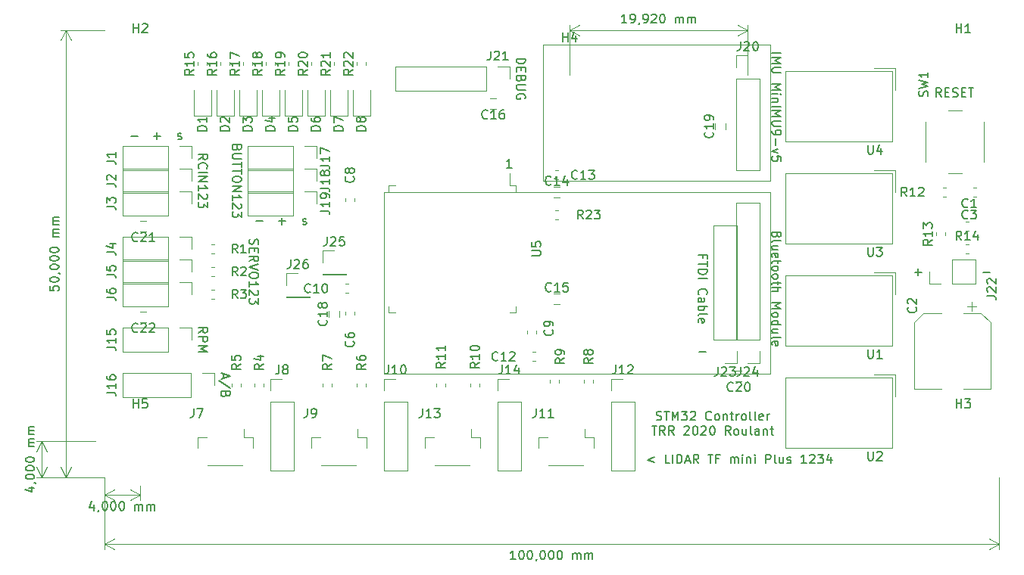
<source format=gbr>
G04 #@! TF.GenerationSoftware,KiCad,Pcbnew,(5.1.4)-1*
G04 #@! TF.CreationDate,2020-02-29T10:59:18+01:00*
G04 #@! TF.ProjectId,stm32_board,73746d33-325f-4626-9f61-72642e6b6963,rev?*
G04 #@! TF.SameCoordinates,Original*
G04 #@! TF.FileFunction,Legend,Top*
G04 #@! TF.FilePolarity,Positive*
%FSLAX46Y46*%
G04 Gerber Fmt 4.6, Leading zero omitted, Abs format (unit mm)*
G04 Created by KiCad (PCBNEW (5.1.4)-1) date 2020-02-29 10:59:18*
%MOMM*%
%LPD*%
G04 APERTURE LIST*
%ADD10C,0.150000*%
%ADD11C,0.120000*%
G04 APERTURE END LIST*
D10*
X48809523Y-153055714D02*
X48809523Y-153722380D01*
X48571428Y-152674761D02*
X48333333Y-153389047D01*
X48952380Y-153389047D01*
X49380952Y-153674761D02*
X49380952Y-153722380D01*
X49333333Y-153817619D01*
X49285714Y-153865238D01*
X50000000Y-152722380D02*
X50095238Y-152722380D01*
X50190476Y-152770000D01*
X50238095Y-152817619D01*
X50285714Y-152912857D01*
X50333333Y-153103333D01*
X50333333Y-153341428D01*
X50285714Y-153531904D01*
X50238095Y-153627142D01*
X50190476Y-153674761D01*
X50095238Y-153722380D01*
X50000000Y-153722380D01*
X49904761Y-153674761D01*
X49857142Y-153627142D01*
X49809523Y-153531904D01*
X49761904Y-153341428D01*
X49761904Y-153103333D01*
X49809523Y-152912857D01*
X49857142Y-152817619D01*
X49904761Y-152770000D01*
X50000000Y-152722380D01*
X50952380Y-152722380D02*
X51047619Y-152722380D01*
X51142857Y-152770000D01*
X51190476Y-152817619D01*
X51238095Y-152912857D01*
X51285714Y-153103333D01*
X51285714Y-153341428D01*
X51238095Y-153531904D01*
X51190476Y-153627142D01*
X51142857Y-153674761D01*
X51047619Y-153722380D01*
X50952380Y-153722380D01*
X50857142Y-153674761D01*
X50809523Y-153627142D01*
X50761904Y-153531904D01*
X50714285Y-153341428D01*
X50714285Y-153103333D01*
X50761904Y-152912857D01*
X50809523Y-152817619D01*
X50857142Y-152770000D01*
X50952380Y-152722380D01*
X51904761Y-152722380D02*
X52000000Y-152722380D01*
X52095238Y-152770000D01*
X52142857Y-152817619D01*
X52190476Y-152912857D01*
X52238095Y-153103333D01*
X52238095Y-153341428D01*
X52190476Y-153531904D01*
X52142857Y-153627142D01*
X52095238Y-153674761D01*
X52000000Y-153722380D01*
X51904761Y-153722380D01*
X51809523Y-153674761D01*
X51761904Y-153627142D01*
X51714285Y-153531904D01*
X51666666Y-153341428D01*
X51666666Y-153103333D01*
X51714285Y-152912857D01*
X51761904Y-152817619D01*
X51809523Y-152770000D01*
X51904761Y-152722380D01*
X53428571Y-153722380D02*
X53428571Y-153055714D01*
X53428571Y-153150952D02*
X53476190Y-153103333D01*
X53571428Y-153055714D01*
X53714285Y-153055714D01*
X53809523Y-153103333D01*
X53857142Y-153198571D01*
X53857142Y-153722380D01*
X53857142Y-153198571D02*
X53904761Y-153103333D01*
X54000000Y-153055714D01*
X54142857Y-153055714D01*
X54238095Y-153103333D01*
X54285714Y-153198571D01*
X54285714Y-153722380D01*
X54761904Y-153722380D02*
X54761904Y-153055714D01*
X54761904Y-153150952D02*
X54809523Y-153103333D01*
X54904761Y-153055714D01*
X55047619Y-153055714D01*
X55142857Y-153103333D01*
X55190476Y-153198571D01*
X55190476Y-153722380D01*
X55190476Y-153198571D02*
X55238095Y-153103333D01*
X55333333Y-153055714D01*
X55476190Y-153055714D01*
X55571428Y-153103333D01*
X55619047Y-153198571D01*
X55619047Y-153722380D01*
D11*
X50000000Y-152000000D02*
X54000000Y-152000000D01*
X50000000Y-151000000D02*
X50000000Y-152586421D01*
X54000000Y-151000000D02*
X54000000Y-152586421D01*
X54000000Y-152000000D02*
X52873496Y-152586421D01*
X54000000Y-152000000D02*
X52873496Y-151413579D01*
X50000000Y-152000000D02*
X51126504Y-152586421D01*
X50000000Y-152000000D02*
X51126504Y-151413579D01*
D10*
X41515714Y-151190476D02*
X42182380Y-151190476D01*
X41134761Y-151428571D02*
X41849047Y-151666666D01*
X41849047Y-151047619D01*
X42134761Y-150619047D02*
X42182380Y-150619047D01*
X42277619Y-150666666D01*
X42325238Y-150714285D01*
X41182380Y-150000000D02*
X41182380Y-149904761D01*
X41230000Y-149809523D01*
X41277619Y-149761904D01*
X41372857Y-149714285D01*
X41563333Y-149666666D01*
X41801428Y-149666666D01*
X41991904Y-149714285D01*
X42087142Y-149761904D01*
X42134761Y-149809523D01*
X42182380Y-149904761D01*
X42182380Y-150000000D01*
X42134761Y-150095238D01*
X42087142Y-150142857D01*
X41991904Y-150190476D01*
X41801428Y-150238095D01*
X41563333Y-150238095D01*
X41372857Y-150190476D01*
X41277619Y-150142857D01*
X41230000Y-150095238D01*
X41182380Y-150000000D01*
X41182380Y-149047619D02*
X41182380Y-148952380D01*
X41230000Y-148857142D01*
X41277619Y-148809523D01*
X41372857Y-148761904D01*
X41563333Y-148714285D01*
X41801428Y-148714285D01*
X41991904Y-148761904D01*
X42087142Y-148809523D01*
X42134761Y-148857142D01*
X42182380Y-148952380D01*
X42182380Y-149047619D01*
X42134761Y-149142857D01*
X42087142Y-149190476D01*
X41991904Y-149238095D01*
X41801428Y-149285714D01*
X41563333Y-149285714D01*
X41372857Y-149238095D01*
X41277619Y-149190476D01*
X41230000Y-149142857D01*
X41182380Y-149047619D01*
X41182380Y-148095238D02*
X41182380Y-148000000D01*
X41230000Y-147904761D01*
X41277619Y-147857142D01*
X41372857Y-147809523D01*
X41563333Y-147761904D01*
X41801428Y-147761904D01*
X41991904Y-147809523D01*
X42087142Y-147857142D01*
X42134761Y-147904761D01*
X42182380Y-148000000D01*
X42182380Y-148095238D01*
X42134761Y-148190476D01*
X42087142Y-148238095D01*
X41991904Y-148285714D01*
X41801428Y-148333333D01*
X41563333Y-148333333D01*
X41372857Y-148285714D01*
X41277619Y-148238095D01*
X41230000Y-148190476D01*
X41182380Y-148095238D01*
X42182380Y-146571428D02*
X41515714Y-146571428D01*
X41610952Y-146571428D02*
X41563333Y-146523809D01*
X41515714Y-146428571D01*
X41515714Y-146285714D01*
X41563333Y-146190476D01*
X41658571Y-146142857D01*
X42182380Y-146142857D01*
X41658571Y-146142857D02*
X41563333Y-146095238D01*
X41515714Y-146000000D01*
X41515714Y-145857142D01*
X41563333Y-145761904D01*
X41658571Y-145714285D01*
X42182380Y-145714285D01*
X42182380Y-145238095D02*
X41515714Y-145238095D01*
X41610952Y-145238095D02*
X41563333Y-145190476D01*
X41515714Y-145095238D01*
X41515714Y-144952380D01*
X41563333Y-144857142D01*
X41658571Y-144809523D01*
X42182380Y-144809523D01*
X41658571Y-144809523D02*
X41563333Y-144761904D01*
X41515714Y-144666666D01*
X41515714Y-144523809D01*
X41563333Y-144428571D01*
X41658571Y-144380952D01*
X42182380Y-144380952D01*
D11*
X43000000Y-150000000D02*
X43000000Y-146000000D01*
X49000000Y-150000000D02*
X42413579Y-150000000D01*
X49000000Y-146000000D02*
X42413579Y-146000000D01*
X43000000Y-146000000D02*
X43586421Y-147126504D01*
X43000000Y-146000000D02*
X42413579Y-147126504D01*
X43000000Y-150000000D02*
X43586421Y-148873496D01*
X43000000Y-150000000D02*
X42413579Y-148873496D01*
D10*
X143547619Y-107452380D02*
X143214285Y-106976190D01*
X142976190Y-107452380D02*
X142976190Y-106452380D01*
X143357142Y-106452380D01*
X143452380Y-106500000D01*
X143500000Y-106547619D01*
X143547619Y-106642857D01*
X143547619Y-106785714D01*
X143500000Y-106880952D01*
X143452380Y-106928571D01*
X143357142Y-106976190D01*
X142976190Y-106976190D01*
X143976190Y-106928571D02*
X144309523Y-106928571D01*
X144452380Y-107452380D02*
X143976190Y-107452380D01*
X143976190Y-106452380D01*
X144452380Y-106452380D01*
X144833333Y-107404761D02*
X144976190Y-107452380D01*
X145214285Y-107452380D01*
X145309523Y-107404761D01*
X145357142Y-107357142D01*
X145404761Y-107261904D01*
X145404761Y-107166666D01*
X145357142Y-107071428D01*
X145309523Y-107023809D01*
X145214285Y-106976190D01*
X145023809Y-106928571D01*
X144928571Y-106880952D01*
X144880952Y-106833333D01*
X144833333Y-106738095D01*
X144833333Y-106642857D01*
X144880952Y-106547619D01*
X144928571Y-106500000D01*
X145023809Y-106452380D01*
X145261904Y-106452380D01*
X145404761Y-106500000D01*
X145833333Y-106928571D02*
X146166666Y-106928571D01*
X146309523Y-107452380D02*
X145833333Y-107452380D01*
X145833333Y-106452380D01*
X146309523Y-106452380D01*
X146595238Y-106452380D02*
X147166666Y-106452380D01*
X146880952Y-107452380D02*
X146880952Y-106452380D01*
X111476190Y-147785714D02*
X110714285Y-148071428D01*
X111476190Y-148357142D01*
X113190476Y-148452380D02*
X112714285Y-148452380D01*
X112714285Y-147452380D01*
X113523809Y-148452380D02*
X113523809Y-147452380D01*
X114000000Y-148452380D02*
X114000000Y-147452380D01*
X114238095Y-147452380D01*
X114380952Y-147500000D01*
X114476190Y-147595238D01*
X114523809Y-147690476D01*
X114571428Y-147880952D01*
X114571428Y-148023809D01*
X114523809Y-148214285D01*
X114476190Y-148309523D01*
X114380952Y-148404761D01*
X114238095Y-148452380D01*
X114000000Y-148452380D01*
X114952380Y-148166666D02*
X115428571Y-148166666D01*
X114857142Y-148452380D02*
X115190476Y-147452380D01*
X115523809Y-148452380D01*
X116428571Y-148452380D02*
X116095238Y-147976190D01*
X115857142Y-148452380D02*
X115857142Y-147452380D01*
X116238095Y-147452380D01*
X116333333Y-147500000D01*
X116380952Y-147547619D01*
X116428571Y-147642857D01*
X116428571Y-147785714D01*
X116380952Y-147880952D01*
X116333333Y-147928571D01*
X116238095Y-147976190D01*
X115857142Y-147976190D01*
X117476190Y-147452380D02*
X118047619Y-147452380D01*
X117761904Y-148452380D02*
X117761904Y-147452380D01*
X118714285Y-147928571D02*
X118380952Y-147928571D01*
X118380952Y-148452380D02*
X118380952Y-147452380D01*
X118857142Y-147452380D01*
X120000000Y-148452380D02*
X120000000Y-147785714D01*
X120000000Y-147880952D02*
X120047619Y-147833333D01*
X120142857Y-147785714D01*
X120285714Y-147785714D01*
X120380952Y-147833333D01*
X120428571Y-147928571D01*
X120428571Y-148452380D01*
X120428571Y-147928571D02*
X120476190Y-147833333D01*
X120571428Y-147785714D01*
X120714285Y-147785714D01*
X120809523Y-147833333D01*
X120857142Y-147928571D01*
X120857142Y-148452380D01*
X121333333Y-148452380D02*
X121333333Y-147785714D01*
X121333333Y-147452380D02*
X121285714Y-147500000D01*
X121333333Y-147547619D01*
X121380952Y-147500000D01*
X121333333Y-147452380D01*
X121333333Y-147547619D01*
X121809523Y-147785714D02*
X121809523Y-148452380D01*
X121809523Y-147880952D02*
X121857142Y-147833333D01*
X121952380Y-147785714D01*
X122095238Y-147785714D01*
X122190476Y-147833333D01*
X122238095Y-147928571D01*
X122238095Y-148452380D01*
X122714285Y-148452380D02*
X122714285Y-147785714D01*
X122714285Y-147452380D02*
X122666666Y-147500000D01*
X122714285Y-147547619D01*
X122761904Y-147500000D01*
X122714285Y-147452380D01*
X122714285Y-147547619D01*
X123952380Y-148452380D02*
X123952380Y-147452380D01*
X124333333Y-147452380D01*
X124428571Y-147500000D01*
X124476190Y-147547619D01*
X124523809Y-147642857D01*
X124523809Y-147785714D01*
X124476190Y-147880952D01*
X124428571Y-147928571D01*
X124333333Y-147976190D01*
X123952380Y-147976190D01*
X125095238Y-148452380D02*
X125000000Y-148404761D01*
X124952380Y-148309523D01*
X124952380Y-147452380D01*
X125904761Y-147785714D02*
X125904761Y-148452380D01*
X125476190Y-147785714D02*
X125476190Y-148309523D01*
X125523809Y-148404761D01*
X125619047Y-148452380D01*
X125761904Y-148452380D01*
X125857142Y-148404761D01*
X125904761Y-148357142D01*
X126333333Y-148404761D02*
X126428571Y-148452380D01*
X126619047Y-148452380D01*
X126714285Y-148404761D01*
X126761904Y-148309523D01*
X126761904Y-148261904D01*
X126714285Y-148166666D01*
X126619047Y-148119047D01*
X126476190Y-148119047D01*
X126380952Y-148071428D01*
X126333333Y-147976190D01*
X126333333Y-147928571D01*
X126380952Y-147833333D01*
X126476190Y-147785714D01*
X126619047Y-147785714D01*
X126714285Y-147833333D01*
X128476190Y-148452380D02*
X127904761Y-148452380D01*
X128190476Y-148452380D02*
X128190476Y-147452380D01*
X128095238Y-147595238D01*
X128000000Y-147690476D01*
X127904761Y-147738095D01*
X128857142Y-147547619D02*
X128904761Y-147500000D01*
X129000000Y-147452380D01*
X129238095Y-147452380D01*
X129333333Y-147500000D01*
X129380952Y-147547619D01*
X129428571Y-147642857D01*
X129428571Y-147738095D01*
X129380952Y-147880952D01*
X128809523Y-148452380D01*
X129428571Y-148452380D01*
X129761904Y-147452380D02*
X130380952Y-147452380D01*
X130047619Y-147833333D01*
X130190476Y-147833333D01*
X130285714Y-147880952D01*
X130333333Y-147928571D01*
X130380952Y-148023809D01*
X130380952Y-148261904D01*
X130333333Y-148357142D01*
X130285714Y-148404761D01*
X130190476Y-148452380D01*
X129904761Y-148452380D01*
X129809523Y-148404761D01*
X129761904Y-148357142D01*
X131238095Y-147785714D02*
X131238095Y-148452380D01*
X131000000Y-147404761D02*
X130761904Y-148119047D01*
X131380952Y-148119047D01*
X111714285Y-143579761D02*
X111857142Y-143627380D01*
X112095238Y-143627380D01*
X112190476Y-143579761D01*
X112238095Y-143532142D01*
X112285714Y-143436904D01*
X112285714Y-143341666D01*
X112238095Y-143246428D01*
X112190476Y-143198809D01*
X112095238Y-143151190D01*
X111904761Y-143103571D01*
X111809523Y-143055952D01*
X111761904Y-143008333D01*
X111714285Y-142913095D01*
X111714285Y-142817857D01*
X111761904Y-142722619D01*
X111809523Y-142675000D01*
X111904761Y-142627380D01*
X112142857Y-142627380D01*
X112285714Y-142675000D01*
X112571428Y-142627380D02*
X113142857Y-142627380D01*
X112857142Y-143627380D02*
X112857142Y-142627380D01*
X113476190Y-143627380D02*
X113476190Y-142627380D01*
X113809523Y-143341666D01*
X114142857Y-142627380D01*
X114142857Y-143627380D01*
X114523809Y-142627380D02*
X115142857Y-142627380D01*
X114809523Y-143008333D01*
X114952380Y-143008333D01*
X115047619Y-143055952D01*
X115095238Y-143103571D01*
X115142857Y-143198809D01*
X115142857Y-143436904D01*
X115095238Y-143532142D01*
X115047619Y-143579761D01*
X114952380Y-143627380D01*
X114666666Y-143627380D01*
X114571428Y-143579761D01*
X114523809Y-143532142D01*
X115523809Y-142722619D02*
X115571428Y-142675000D01*
X115666666Y-142627380D01*
X115904761Y-142627380D01*
X116000000Y-142675000D01*
X116047619Y-142722619D01*
X116095238Y-142817857D01*
X116095238Y-142913095D01*
X116047619Y-143055952D01*
X115476190Y-143627380D01*
X116095238Y-143627380D01*
X117857142Y-143532142D02*
X117809523Y-143579761D01*
X117666666Y-143627380D01*
X117571428Y-143627380D01*
X117428571Y-143579761D01*
X117333333Y-143484523D01*
X117285714Y-143389285D01*
X117238095Y-143198809D01*
X117238095Y-143055952D01*
X117285714Y-142865476D01*
X117333333Y-142770238D01*
X117428571Y-142675000D01*
X117571428Y-142627380D01*
X117666666Y-142627380D01*
X117809523Y-142675000D01*
X117857142Y-142722619D01*
X118428571Y-143627380D02*
X118333333Y-143579761D01*
X118285714Y-143532142D01*
X118238095Y-143436904D01*
X118238095Y-143151190D01*
X118285714Y-143055952D01*
X118333333Y-143008333D01*
X118428571Y-142960714D01*
X118571428Y-142960714D01*
X118666666Y-143008333D01*
X118714285Y-143055952D01*
X118761904Y-143151190D01*
X118761904Y-143436904D01*
X118714285Y-143532142D01*
X118666666Y-143579761D01*
X118571428Y-143627380D01*
X118428571Y-143627380D01*
X119190476Y-142960714D02*
X119190476Y-143627380D01*
X119190476Y-143055952D02*
X119238095Y-143008333D01*
X119333333Y-142960714D01*
X119476190Y-142960714D01*
X119571428Y-143008333D01*
X119619047Y-143103571D01*
X119619047Y-143627380D01*
X119952380Y-142960714D02*
X120333333Y-142960714D01*
X120095238Y-142627380D02*
X120095238Y-143484523D01*
X120142857Y-143579761D01*
X120238095Y-143627380D01*
X120333333Y-143627380D01*
X120666666Y-143627380D02*
X120666666Y-142960714D01*
X120666666Y-143151190D02*
X120714285Y-143055952D01*
X120761904Y-143008333D01*
X120857142Y-142960714D01*
X120952380Y-142960714D01*
X121428571Y-143627380D02*
X121333333Y-143579761D01*
X121285714Y-143532142D01*
X121238095Y-143436904D01*
X121238095Y-143151190D01*
X121285714Y-143055952D01*
X121333333Y-143008333D01*
X121428571Y-142960714D01*
X121571428Y-142960714D01*
X121666666Y-143008333D01*
X121714285Y-143055952D01*
X121761904Y-143151190D01*
X121761904Y-143436904D01*
X121714285Y-143532142D01*
X121666666Y-143579761D01*
X121571428Y-143627380D01*
X121428571Y-143627380D01*
X122333333Y-143627380D02*
X122238095Y-143579761D01*
X122190476Y-143484523D01*
X122190476Y-142627380D01*
X122857142Y-143627380D02*
X122761904Y-143579761D01*
X122714285Y-143484523D01*
X122714285Y-142627380D01*
X123619047Y-143579761D02*
X123523809Y-143627380D01*
X123333333Y-143627380D01*
X123238095Y-143579761D01*
X123190476Y-143484523D01*
X123190476Y-143103571D01*
X123238095Y-143008333D01*
X123333333Y-142960714D01*
X123523809Y-142960714D01*
X123619047Y-143008333D01*
X123666666Y-143103571D01*
X123666666Y-143198809D01*
X123190476Y-143294047D01*
X124095238Y-143627380D02*
X124095238Y-142960714D01*
X124095238Y-143151190D02*
X124142857Y-143055952D01*
X124190476Y-143008333D01*
X124285714Y-142960714D01*
X124380952Y-142960714D01*
X111190476Y-144277380D02*
X111761904Y-144277380D01*
X111476190Y-145277380D02*
X111476190Y-144277380D01*
X112666666Y-145277380D02*
X112333333Y-144801190D01*
X112095238Y-145277380D02*
X112095238Y-144277380D01*
X112476190Y-144277380D01*
X112571428Y-144325000D01*
X112619047Y-144372619D01*
X112666666Y-144467857D01*
X112666666Y-144610714D01*
X112619047Y-144705952D01*
X112571428Y-144753571D01*
X112476190Y-144801190D01*
X112095238Y-144801190D01*
X113666666Y-145277380D02*
X113333333Y-144801190D01*
X113095238Y-145277380D02*
X113095238Y-144277380D01*
X113476190Y-144277380D01*
X113571428Y-144325000D01*
X113619047Y-144372619D01*
X113666666Y-144467857D01*
X113666666Y-144610714D01*
X113619047Y-144705952D01*
X113571428Y-144753571D01*
X113476190Y-144801190D01*
X113095238Y-144801190D01*
X114809523Y-144372619D02*
X114857142Y-144325000D01*
X114952380Y-144277380D01*
X115190476Y-144277380D01*
X115285714Y-144325000D01*
X115333333Y-144372619D01*
X115380952Y-144467857D01*
X115380952Y-144563095D01*
X115333333Y-144705952D01*
X114761904Y-145277380D01*
X115380952Y-145277380D01*
X116000000Y-144277380D02*
X116095238Y-144277380D01*
X116190476Y-144325000D01*
X116238095Y-144372619D01*
X116285714Y-144467857D01*
X116333333Y-144658333D01*
X116333333Y-144896428D01*
X116285714Y-145086904D01*
X116238095Y-145182142D01*
X116190476Y-145229761D01*
X116095238Y-145277380D01*
X116000000Y-145277380D01*
X115904761Y-145229761D01*
X115857142Y-145182142D01*
X115809523Y-145086904D01*
X115761904Y-144896428D01*
X115761904Y-144658333D01*
X115809523Y-144467857D01*
X115857142Y-144372619D01*
X115904761Y-144325000D01*
X116000000Y-144277380D01*
X116714285Y-144372619D02*
X116761904Y-144325000D01*
X116857142Y-144277380D01*
X117095238Y-144277380D01*
X117190476Y-144325000D01*
X117238095Y-144372619D01*
X117285714Y-144467857D01*
X117285714Y-144563095D01*
X117238095Y-144705952D01*
X116666666Y-145277380D01*
X117285714Y-145277380D01*
X117904761Y-144277380D02*
X118000000Y-144277380D01*
X118095238Y-144325000D01*
X118142857Y-144372619D01*
X118190476Y-144467857D01*
X118238095Y-144658333D01*
X118238095Y-144896428D01*
X118190476Y-145086904D01*
X118142857Y-145182142D01*
X118095238Y-145229761D01*
X118000000Y-145277380D01*
X117904761Y-145277380D01*
X117809523Y-145229761D01*
X117761904Y-145182142D01*
X117714285Y-145086904D01*
X117666666Y-144896428D01*
X117666666Y-144658333D01*
X117714285Y-144467857D01*
X117761904Y-144372619D01*
X117809523Y-144325000D01*
X117904761Y-144277380D01*
X120000000Y-145277380D02*
X119666666Y-144801190D01*
X119428571Y-145277380D02*
X119428571Y-144277380D01*
X119809523Y-144277380D01*
X119904761Y-144325000D01*
X119952380Y-144372619D01*
X120000000Y-144467857D01*
X120000000Y-144610714D01*
X119952380Y-144705952D01*
X119904761Y-144753571D01*
X119809523Y-144801190D01*
X119428571Y-144801190D01*
X120571428Y-145277380D02*
X120476190Y-145229761D01*
X120428571Y-145182142D01*
X120380952Y-145086904D01*
X120380952Y-144801190D01*
X120428571Y-144705952D01*
X120476190Y-144658333D01*
X120571428Y-144610714D01*
X120714285Y-144610714D01*
X120809523Y-144658333D01*
X120857142Y-144705952D01*
X120904761Y-144801190D01*
X120904761Y-145086904D01*
X120857142Y-145182142D01*
X120809523Y-145229761D01*
X120714285Y-145277380D01*
X120571428Y-145277380D01*
X121761904Y-144610714D02*
X121761904Y-145277380D01*
X121333333Y-144610714D02*
X121333333Y-145134523D01*
X121380952Y-145229761D01*
X121476190Y-145277380D01*
X121619047Y-145277380D01*
X121714285Y-145229761D01*
X121761904Y-145182142D01*
X122380952Y-145277380D02*
X122285714Y-145229761D01*
X122238095Y-145134523D01*
X122238095Y-144277380D01*
X123190476Y-145277380D02*
X123190476Y-144753571D01*
X123142857Y-144658333D01*
X123047619Y-144610714D01*
X122857142Y-144610714D01*
X122761904Y-144658333D01*
X123190476Y-145229761D02*
X123095238Y-145277380D01*
X122857142Y-145277380D01*
X122761904Y-145229761D01*
X122714285Y-145134523D01*
X122714285Y-145039285D01*
X122761904Y-144944047D01*
X122857142Y-144896428D01*
X123095238Y-144896428D01*
X123190476Y-144848809D01*
X123666666Y-144610714D02*
X123666666Y-145277380D01*
X123666666Y-144705952D02*
X123714285Y-144658333D01*
X123809523Y-144610714D01*
X123952380Y-144610714D01*
X124047619Y-144658333D01*
X124095238Y-144753571D01*
X124095238Y-145277380D01*
X124428571Y-144610714D02*
X124809523Y-144610714D01*
X124571428Y-144277380D02*
X124571428Y-145134523D01*
X124619047Y-145229761D01*
X124714285Y-145277380D01*
X124809523Y-145277380D01*
X108388571Y-99182138D02*
X107817142Y-99182138D01*
X108102857Y-99182138D02*
X108102857Y-98182138D01*
X108007619Y-98324996D01*
X107912380Y-98420234D01*
X107817142Y-98467853D01*
X108864761Y-99182138D02*
X109055238Y-99182138D01*
X109150476Y-99134519D01*
X109198095Y-99086900D01*
X109293333Y-98944043D01*
X109340952Y-98753567D01*
X109340952Y-98372615D01*
X109293333Y-98277377D01*
X109245714Y-98229758D01*
X109150476Y-98182138D01*
X108960000Y-98182138D01*
X108864761Y-98229758D01*
X108817142Y-98277377D01*
X108769523Y-98372615D01*
X108769523Y-98610710D01*
X108817142Y-98705948D01*
X108864761Y-98753567D01*
X108960000Y-98801186D01*
X109150476Y-98801186D01*
X109245714Y-98753567D01*
X109293333Y-98705948D01*
X109340952Y-98610710D01*
X109817142Y-99134519D02*
X109817142Y-99182138D01*
X109769523Y-99277377D01*
X109721904Y-99324996D01*
X110293333Y-99182138D02*
X110483809Y-99182138D01*
X110579047Y-99134519D01*
X110626666Y-99086900D01*
X110721904Y-98944043D01*
X110769523Y-98753567D01*
X110769523Y-98372615D01*
X110721904Y-98277377D01*
X110674285Y-98229758D01*
X110579047Y-98182138D01*
X110388571Y-98182138D01*
X110293333Y-98229758D01*
X110245714Y-98277377D01*
X110198095Y-98372615D01*
X110198095Y-98610710D01*
X110245714Y-98705948D01*
X110293333Y-98753567D01*
X110388571Y-98801186D01*
X110579047Y-98801186D01*
X110674285Y-98753567D01*
X110721904Y-98705948D01*
X110769523Y-98610710D01*
X111150476Y-98277377D02*
X111198095Y-98229758D01*
X111293333Y-98182138D01*
X111531428Y-98182138D01*
X111626666Y-98229758D01*
X111674285Y-98277377D01*
X111721904Y-98372615D01*
X111721904Y-98467853D01*
X111674285Y-98610710D01*
X111102857Y-99182138D01*
X111721904Y-99182138D01*
X112340952Y-98182138D02*
X112436190Y-98182138D01*
X112531428Y-98229758D01*
X112579047Y-98277377D01*
X112626666Y-98372615D01*
X112674285Y-98563091D01*
X112674285Y-98801186D01*
X112626666Y-98991662D01*
X112579047Y-99086900D01*
X112531428Y-99134519D01*
X112436190Y-99182138D01*
X112340952Y-99182138D01*
X112245714Y-99134519D01*
X112198095Y-99086900D01*
X112150476Y-98991662D01*
X112102857Y-98801186D01*
X112102857Y-98563091D01*
X112150476Y-98372615D01*
X112198095Y-98277377D01*
X112245714Y-98229758D01*
X112340952Y-98182138D01*
X113864761Y-99182138D02*
X113864761Y-98515472D01*
X113864761Y-98610710D02*
X113912380Y-98563091D01*
X114007619Y-98515472D01*
X114150476Y-98515472D01*
X114245714Y-98563091D01*
X114293333Y-98658329D01*
X114293333Y-99182138D01*
X114293333Y-98658329D02*
X114340952Y-98563091D01*
X114436190Y-98515472D01*
X114579047Y-98515472D01*
X114674285Y-98563091D01*
X114721904Y-98658329D01*
X114721904Y-99182138D01*
X115198095Y-99182138D02*
X115198095Y-98515472D01*
X115198095Y-98610710D02*
X115245714Y-98563091D01*
X115340952Y-98515472D01*
X115483809Y-98515472D01*
X115579047Y-98563091D01*
X115626666Y-98658329D01*
X115626666Y-99182138D01*
X115626666Y-98658329D02*
X115674285Y-98563091D01*
X115769523Y-98515472D01*
X115912380Y-98515472D01*
X116007619Y-98563091D01*
X116055238Y-98658329D01*
X116055238Y-99182138D01*
D11*
X121920000Y-99999758D02*
X102000000Y-99999758D01*
X121920000Y-105000000D02*
X121920000Y-99413337D01*
X102000000Y-105000000D02*
X102000000Y-99413337D01*
X102000000Y-99999758D02*
X103126504Y-99413337D01*
X102000000Y-99999758D02*
X103126504Y-100586179D01*
X121920000Y-99999758D02*
X120793496Y-99413337D01*
X121920000Y-99999758D02*
X120793496Y-100586179D01*
D10*
X140589047Y-127071428D02*
X141350952Y-127071428D01*
X140970000Y-127452380D02*
X140970000Y-126690476D01*
X148209047Y-127071428D02*
X148970952Y-127071428D01*
X95535714Y-115387380D02*
X94964285Y-115387380D01*
X95250000Y-115387380D02*
X95250000Y-114387380D01*
X95154761Y-114530238D01*
X95059523Y-114625476D01*
X94964285Y-114673095D01*
X72175714Y-121689761D02*
X72270952Y-121737380D01*
X72461428Y-121737380D01*
X72556666Y-121689761D01*
X72604285Y-121594523D01*
X72604285Y-121546904D01*
X72556666Y-121451666D01*
X72461428Y-121404047D01*
X72318571Y-121404047D01*
X72223333Y-121356428D01*
X72175714Y-121261190D01*
X72175714Y-121213571D01*
X72223333Y-121118333D01*
X72318571Y-121070714D01*
X72461428Y-121070714D01*
X72556666Y-121118333D01*
X69469047Y-121356428D02*
X70230952Y-121356428D01*
X69850000Y-121737380D02*
X69850000Y-120975476D01*
X58205714Y-112164761D02*
X58300952Y-112212380D01*
X58491428Y-112212380D01*
X58586666Y-112164761D01*
X58634285Y-112069523D01*
X58634285Y-112021904D01*
X58586666Y-111926666D01*
X58491428Y-111879047D01*
X58348571Y-111879047D01*
X58253333Y-111831428D01*
X58205714Y-111736190D01*
X58205714Y-111688571D01*
X58253333Y-111593333D01*
X58348571Y-111545714D01*
X58491428Y-111545714D01*
X58586666Y-111593333D01*
X55499047Y-111831428D02*
X56260952Y-111831428D01*
X55880000Y-112212380D02*
X55880000Y-111450476D01*
X52959047Y-111831428D02*
X53720952Y-111831428D01*
X66929047Y-121356428D02*
X67690952Y-121356428D01*
X116459047Y-135961428D02*
X117220952Y-135961428D01*
X116911428Y-125452619D02*
X116911428Y-125119285D01*
X116387619Y-125119285D02*
X117387619Y-125119285D01*
X117387619Y-125595476D01*
X117387619Y-125833571D02*
X117387619Y-126405000D01*
X116387619Y-126119285D02*
X117387619Y-126119285D01*
X116387619Y-126738333D02*
X117387619Y-126738333D01*
X117387619Y-126976428D01*
X117340000Y-127119285D01*
X117244761Y-127214523D01*
X117149523Y-127262142D01*
X116959047Y-127309761D01*
X116816190Y-127309761D01*
X116625714Y-127262142D01*
X116530476Y-127214523D01*
X116435238Y-127119285D01*
X116387619Y-126976428D01*
X116387619Y-126738333D01*
X116387619Y-127738333D02*
X117387619Y-127738333D01*
X116482857Y-129547857D02*
X116435238Y-129500238D01*
X116387619Y-129357380D01*
X116387619Y-129262142D01*
X116435238Y-129119285D01*
X116530476Y-129024047D01*
X116625714Y-128976428D01*
X116816190Y-128928809D01*
X116959047Y-128928809D01*
X117149523Y-128976428D01*
X117244761Y-129024047D01*
X117340000Y-129119285D01*
X117387619Y-129262142D01*
X117387619Y-129357380D01*
X117340000Y-129500238D01*
X117292380Y-129547857D01*
X116387619Y-130405000D02*
X116911428Y-130405000D01*
X117006666Y-130357380D01*
X117054285Y-130262142D01*
X117054285Y-130071666D01*
X117006666Y-129976428D01*
X116435238Y-130405000D02*
X116387619Y-130309761D01*
X116387619Y-130071666D01*
X116435238Y-129976428D01*
X116530476Y-129928809D01*
X116625714Y-129928809D01*
X116720952Y-129976428D01*
X116768571Y-130071666D01*
X116768571Y-130309761D01*
X116816190Y-130405000D01*
X116387619Y-130881190D02*
X117387619Y-130881190D01*
X117006666Y-130881190D02*
X117054285Y-130976428D01*
X117054285Y-131166904D01*
X117006666Y-131262142D01*
X116959047Y-131309761D01*
X116863809Y-131357380D01*
X116578095Y-131357380D01*
X116482857Y-131309761D01*
X116435238Y-131262142D01*
X116387619Y-131166904D01*
X116387619Y-130976428D01*
X116435238Y-130881190D01*
X116387619Y-131928809D02*
X116435238Y-131833571D01*
X116530476Y-131785952D01*
X117387619Y-131785952D01*
X116435238Y-132690714D02*
X116387619Y-132595476D01*
X116387619Y-132405000D01*
X116435238Y-132309761D01*
X116530476Y-132262142D01*
X116911428Y-132262142D01*
X117006666Y-132309761D01*
X117054285Y-132405000D01*
X117054285Y-132595476D01*
X117006666Y-132690714D01*
X116911428Y-132738333D01*
X116816190Y-132738333D01*
X116720952Y-132262142D01*
X125166428Y-122905000D02*
X125118809Y-123047857D01*
X125071190Y-123095476D01*
X124975952Y-123143095D01*
X124833095Y-123143095D01*
X124737857Y-123095476D01*
X124690238Y-123047857D01*
X124642619Y-122952619D01*
X124642619Y-122571666D01*
X125642619Y-122571666D01*
X125642619Y-122905000D01*
X125595000Y-123000238D01*
X125547380Y-123047857D01*
X125452142Y-123095476D01*
X125356904Y-123095476D01*
X125261666Y-123047857D01*
X125214047Y-123000238D01*
X125166428Y-122905000D01*
X125166428Y-122571666D01*
X124642619Y-123714523D02*
X124690238Y-123619285D01*
X124785476Y-123571666D01*
X125642619Y-123571666D01*
X125309285Y-124524047D02*
X124642619Y-124524047D01*
X125309285Y-124095476D02*
X124785476Y-124095476D01*
X124690238Y-124143095D01*
X124642619Y-124238333D01*
X124642619Y-124381190D01*
X124690238Y-124476428D01*
X124737857Y-124524047D01*
X124690238Y-125381190D02*
X124642619Y-125285952D01*
X124642619Y-125095476D01*
X124690238Y-125000238D01*
X124785476Y-124952619D01*
X125166428Y-124952619D01*
X125261666Y-125000238D01*
X125309285Y-125095476D01*
X125309285Y-125285952D01*
X125261666Y-125381190D01*
X125166428Y-125428809D01*
X125071190Y-125428809D01*
X124975952Y-124952619D01*
X125309285Y-125714523D02*
X125309285Y-126095476D01*
X125642619Y-125857380D02*
X124785476Y-125857380D01*
X124690238Y-125905000D01*
X124642619Y-126000238D01*
X124642619Y-126095476D01*
X124642619Y-126571666D02*
X124690238Y-126476428D01*
X124737857Y-126428809D01*
X124833095Y-126381190D01*
X125118809Y-126381190D01*
X125214047Y-126428809D01*
X125261666Y-126476428D01*
X125309285Y-126571666D01*
X125309285Y-126714523D01*
X125261666Y-126809761D01*
X125214047Y-126857380D01*
X125118809Y-126905000D01*
X124833095Y-126905000D01*
X124737857Y-126857380D01*
X124690238Y-126809761D01*
X124642619Y-126714523D01*
X124642619Y-126571666D01*
X124642619Y-127476428D02*
X124690238Y-127381190D01*
X124737857Y-127333571D01*
X124833095Y-127285952D01*
X125118809Y-127285952D01*
X125214047Y-127333571D01*
X125261666Y-127381190D01*
X125309285Y-127476428D01*
X125309285Y-127619285D01*
X125261666Y-127714523D01*
X125214047Y-127762142D01*
X125118809Y-127809761D01*
X124833095Y-127809761D01*
X124737857Y-127762142D01*
X124690238Y-127714523D01*
X124642619Y-127619285D01*
X124642619Y-127476428D01*
X125309285Y-128095476D02*
X125309285Y-128476428D01*
X125642619Y-128238333D02*
X124785476Y-128238333D01*
X124690238Y-128285952D01*
X124642619Y-128381190D01*
X124642619Y-128476428D01*
X124642619Y-128809761D02*
X125642619Y-128809761D01*
X124642619Y-129238333D02*
X125166428Y-129238333D01*
X125261666Y-129190714D01*
X125309285Y-129095476D01*
X125309285Y-128952619D01*
X125261666Y-128857380D01*
X125214047Y-128809761D01*
X124642619Y-130476428D02*
X125642619Y-130476428D01*
X124928333Y-130809761D01*
X125642619Y-131143095D01*
X124642619Y-131143095D01*
X124642619Y-131762142D02*
X124690238Y-131666904D01*
X124737857Y-131619285D01*
X124833095Y-131571666D01*
X125118809Y-131571666D01*
X125214047Y-131619285D01*
X125261666Y-131666904D01*
X125309285Y-131762142D01*
X125309285Y-131905000D01*
X125261666Y-132000238D01*
X125214047Y-132047857D01*
X125118809Y-132095476D01*
X124833095Y-132095476D01*
X124737857Y-132047857D01*
X124690238Y-132000238D01*
X124642619Y-131905000D01*
X124642619Y-131762142D01*
X124642619Y-132952619D02*
X125642619Y-132952619D01*
X124690238Y-132952619D02*
X124642619Y-132857380D01*
X124642619Y-132666904D01*
X124690238Y-132571666D01*
X124737857Y-132524047D01*
X124833095Y-132476428D01*
X125118809Y-132476428D01*
X125214047Y-132524047D01*
X125261666Y-132571666D01*
X125309285Y-132666904D01*
X125309285Y-132857380D01*
X125261666Y-132952619D01*
X125309285Y-133857380D02*
X124642619Y-133857380D01*
X125309285Y-133428809D02*
X124785476Y-133428809D01*
X124690238Y-133476428D01*
X124642619Y-133571666D01*
X124642619Y-133714523D01*
X124690238Y-133809761D01*
X124737857Y-133857380D01*
X124642619Y-134476428D02*
X124690238Y-134381190D01*
X124785476Y-134333571D01*
X125642619Y-134333571D01*
X124690238Y-135238333D02*
X124642619Y-135143095D01*
X124642619Y-134952619D01*
X124690238Y-134857380D01*
X124785476Y-134809761D01*
X125166428Y-134809761D01*
X125261666Y-134857380D01*
X125309285Y-134952619D01*
X125309285Y-135143095D01*
X125261666Y-135238333D01*
X125166428Y-135285952D01*
X125071190Y-135285952D01*
X124975952Y-134809761D01*
X124642619Y-102561190D02*
X125642619Y-102561190D01*
X124642619Y-103037380D02*
X125642619Y-103037380D01*
X124928333Y-103370714D01*
X125642619Y-103704047D01*
X124642619Y-103704047D01*
X125642619Y-104180238D02*
X124833095Y-104180238D01*
X124737857Y-104227857D01*
X124690238Y-104275476D01*
X124642619Y-104370714D01*
X124642619Y-104561190D01*
X124690238Y-104656428D01*
X124737857Y-104704047D01*
X124833095Y-104751666D01*
X125642619Y-104751666D01*
X124642619Y-105989761D02*
X125642619Y-105989761D01*
X124928333Y-106323095D01*
X125642619Y-106656428D01*
X124642619Y-106656428D01*
X124642619Y-107132619D02*
X125309285Y-107132619D01*
X125642619Y-107132619D02*
X125595000Y-107085000D01*
X125547380Y-107132619D01*
X125595000Y-107180238D01*
X125642619Y-107132619D01*
X125547380Y-107132619D01*
X125309285Y-107608809D02*
X124642619Y-107608809D01*
X125214047Y-107608809D02*
X125261666Y-107656428D01*
X125309285Y-107751666D01*
X125309285Y-107894523D01*
X125261666Y-107989761D01*
X125166428Y-108037380D01*
X124642619Y-108037380D01*
X124642619Y-108513571D02*
X125642619Y-108513571D01*
X124642619Y-108989761D02*
X125642619Y-108989761D01*
X124928333Y-109323095D01*
X125642619Y-109656428D01*
X124642619Y-109656428D01*
X125642619Y-110132619D02*
X124833095Y-110132619D01*
X124737857Y-110180238D01*
X124690238Y-110227857D01*
X124642619Y-110323095D01*
X124642619Y-110513571D01*
X124690238Y-110608809D01*
X124737857Y-110656428D01*
X124833095Y-110704047D01*
X125642619Y-110704047D01*
X124642619Y-111227857D02*
X124642619Y-111418333D01*
X124690238Y-111513571D01*
X124737857Y-111561190D01*
X124880714Y-111656428D01*
X125071190Y-111704047D01*
X125452142Y-111704047D01*
X125547380Y-111656428D01*
X125595000Y-111608809D01*
X125642619Y-111513571D01*
X125642619Y-111323095D01*
X125595000Y-111227857D01*
X125547380Y-111180238D01*
X125452142Y-111132619D01*
X125214047Y-111132619D01*
X125118809Y-111180238D01*
X125071190Y-111227857D01*
X125023571Y-111323095D01*
X125023571Y-111513571D01*
X125071190Y-111608809D01*
X125118809Y-111656428D01*
X125214047Y-111704047D01*
X125023571Y-112132619D02*
X125023571Y-112894523D01*
X125309285Y-113275476D02*
X124642619Y-113513571D01*
X125309285Y-113751666D01*
X125642619Y-114608809D02*
X125642619Y-114132619D01*
X125166428Y-114085000D01*
X125214047Y-114132619D01*
X125261666Y-114227857D01*
X125261666Y-114465952D01*
X125214047Y-114561190D01*
X125166428Y-114608809D01*
X125071190Y-114656428D01*
X124833095Y-114656428D01*
X124737857Y-114608809D01*
X124690238Y-114561190D01*
X124642619Y-114465952D01*
X124642619Y-114227857D01*
X124690238Y-114132619D01*
X124737857Y-114085000D01*
X96067619Y-103171904D02*
X97067619Y-103171904D01*
X97067619Y-103410000D01*
X97020000Y-103552857D01*
X96924761Y-103648095D01*
X96829523Y-103695714D01*
X96639047Y-103743333D01*
X96496190Y-103743333D01*
X96305714Y-103695714D01*
X96210476Y-103648095D01*
X96115238Y-103552857D01*
X96067619Y-103410000D01*
X96067619Y-103171904D01*
X96591428Y-104171904D02*
X96591428Y-104505238D01*
X96067619Y-104648095D02*
X96067619Y-104171904D01*
X97067619Y-104171904D01*
X97067619Y-104648095D01*
X96591428Y-105410000D02*
X96543809Y-105552857D01*
X96496190Y-105600476D01*
X96400952Y-105648095D01*
X96258095Y-105648095D01*
X96162857Y-105600476D01*
X96115238Y-105552857D01*
X96067619Y-105457619D01*
X96067619Y-105076666D01*
X97067619Y-105076666D01*
X97067619Y-105410000D01*
X97020000Y-105505238D01*
X96972380Y-105552857D01*
X96877142Y-105600476D01*
X96781904Y-105600476D01*
X96686666Y-105552857D01*
X96639047Y-105505238D01*
X96591428Y-105410000D01*
X96591428Y-105076666D01*
X97067619Y-106076666D02*
X96258095Y-106076666D01*
X96162857Y-106124285D01*
X96115238Y-106171904D01*
X96067619Y-106267142D01*
X96067619Y-106457619D01*
X96115238Y-106552857D01*
X96162857Y-106600476D01*
X96258095Y-106648095D01*
X97067619Y-106648095D01*
X97020000Y-107648095D02*
X97067619Y-107552857D01*
X97067619Y-107410000D01*
X97020000Y-107267142D01*
X96924761Y-107171904D01*
X96829523Y-107124285D01*
X96639047Y-107076666D01*
X96496190Y-107076666D01*
X96305714Y-107124285D01*
X96210476Y-107171904D01*
X96115238Y-107267142D01*
X96067619Y-107410000D01*
X96067619Y-107505238D01*
X96115238Y-107648095D01*
X96162857Y-107695714D01*
X96496190Y-107695714D01*
X96496190Y-107505238D01*
X64841428Y-113149523D02*
X64793809Y-113292380D01*
X64746190Y-113340000D01*
X64650952Y-113387619D01*
X64508095Y-113387619D01*
X64412857Y-113340000D01*
X64365238Y-113292380D01*
X64317619Y-113197142D01*
X64317619Y-112816190D01*
X65317619Y-112816190D01*
X65317619Y-113149523D01*
X65270000Y-113244761D01*
X65222380Y-113292380D01*
X65127142Y-113340000D01*
X65031904Y-113340000D01*
X64936666Y-113292380D01*
X64889047Y-113244761D01*
X64841428Y-113149523D01*
X64841428Y-112816190D01*
X65317619Y-113816190D02*
X64508095Y-113816190D01*
X64412857Y-113863809D01*
X64365238Y-113911428D01*
X64317619Y-114006666D01*
X64317619Y-114197142D01*
X64365238Y-114292380D01*
X64412857Y-114340000D01*
X64508095Y-114387619D01*
X65317619Y-114387619D01*
X65317619Y-114720952D02*
X65317619Y-115292380D01*
X64317619Y-115006666D02*
X65317619Y-115006666D01*
X65317619Y-115482857D02*
X65317619Y-116054285D01*
X64317619Y-115768571D02*
X65317619Y-115768571D01*
X65317619Y-116578095D02*
X65317619Y-116768571D01*
X65270000Y-116863809D01*
X65174761Y-116959047D01*
X64984285Y-117006666D01*
X64650952Y-117006666D01*
X64460476Y-116959047D01*
X64365238Y-116863809D01*
X64317619Y-116768571D01*
X64317619Y-116578095D01*
X64365238Y-116482857D01*
X64460476Y-116387619D01*
X64650952Y-116340000D01*
X64984285Y-116340000D01*
X65174761Y-116387619D01*
X65270000Y-116482857D01*
X65317619Y-116578095D01*
X64317619Y-117435238D02*
X65317619Y-117435238D01*
X64317619Y-118006666D01*
X65317619Y-118006666D01*
X64317619Y-119006666D02*
X64317619Y-118435238D01*
X64317619Y-118720952D02*
X65317619Y-118720952D01*
X65174761Y-118625714D01*
X65079523Y-118530476D01*
X65031904Y-118435238D01*
X65222380Y-119387619D02*
X65270000Y-119435238D01*
X65317619Y-119530476D01*
X65317619Y-119768571D01*
X65270000Y-119863809D01*
X65222380Y-119911428D01*
X65127142Y-119959047D01*
X65031904Y-119959047D01*
X64889047Y-119911428D01*
X64317619Y-119340000D01*
X64317619Y-119959047D01*
X65317619Y-120292380D02*
X65317619Y-120911428D01*
X64936666Y-120578095D01*
X64936666Y-120720952D01*
X64889047Y-120816190D01*
X64841428Y-120863809D01*
X64746190Y-120911428D01*
X64508095Y-120911428D01*
X64412857Y-120863809D01*
X64365238Y-120816190D01*
X64317619Y-120720952D01*
X64317619Y-120435238D01*
X64365238Y-120340000D01*
X64412857Y-120292380D01*
X63333333Y-138438095D02*
X63333333Y-138914285D01*
X63047619Y-138342857D02*
X64047619Y-138676190D01*
X63047619Y-139009523D01*
X64095238Y-140057142D02*
X62809523Y-139200000D01*
X63571428Y-140723809D02*
X63523809Y-140866666D01*
X63476190Y-140914285D01*
X63380952Y-140961904D01*
X63238095Y-140961904D01*
X63142857Y-140914285D01*
X63095238Y-140866666D01*
X63047619Y-140771428D01*
X63047619Y-140390476D01*
X64047619Y-140390476D01*
X64047619Y-140723809D01*
X64000000Y-140819047D01*
X63952380Y-140866666D01*
X63857142Y-140914285D01*
X63761904Y-140914285D01*
X63666666Y-140866666D01*
X63619047Y-140819047D01*
X63571428Y-140723809D01*
X63571428Y-140390476D01*
X60507619Y-133858095D02*
X60983809Y-133524761D01*
X60507619Y-133286666D02*
X61507619Y-133286666D01*
X61507619Y-133667619D01*
X61460000Y-133762857D01*
X61412380Y-133810476D01*
X61317142Y-133858095D01*
X61174285Y-133858095D01*
X61079047Y-133810476D01*
X61031428Y-133762857D01*
X60983809Y-133667619D01*
X60983809Y-133286666D01*
X60507619Y-134286666D02*
X61507619Y-134286666D01*
X61507619Y-134667619D01*
X61460000Y-134762857D01*
X61412380Y-134810476D01*
X61317142Y-134858095D01*
X61174285Y-134858095D01*
X61079047Y-134810476D01*
X61031428Y-134762857D01*
X60983809Y-134667619D01*
X60983809Y-134286666D01*
X60507619Y-135286666D02*
X61507619Y-135286666D01*
X60793333Y-135620000D01*
X61507619Y-135953333D01*
X60507619Y-135953333D01*
X66270238Y-123380952D02*
X66222619Y-123523809D01*
X66222619Y-123761904D01*
X66270238Y-123857142D01*
X66317857Y-123904761D01*
X66413095Y-123952380D01*
X66508333Y-123952380D01*
X66603571Y-123904761D01*
X66651190Y-123857142D01*
X66698809Y-123761904D01*
X66746428Y-123571428D01*
X66794047Y-123476190D01*
X66841666Y-123428571D01*
X66936904Y-123380952D01*
X67032142Y-123380952D01*
X67127380Y-123428571D01*
X67175000Y-123476190D01*
X67222619Y-123571428D01*
X67222619Y-123809523D01*
X67175000Y-123952380D01*
X66746428Y-124380952D02*
X66746428Y-124714285D01*
X66222619Y-124857142D02*
X66222619Y-124380952D01*
X67222619Y-124380952D01*
X67222619Y-124857142D01*
X66222619Y-125857142D02*
X66698809Y-125523809D01*
X66222619Y-125285714D02*
X67222619Y-125285714D01*
X67222619Y-125666666D01*
X67175000Y-125761904D01*
X67127380Y-125809523D01*
X67032142Y-125857142D01*
X66889285Y-125857142D01*
X66794047Y-125809523D01*
X66746428Y-125761904D01*
X66698809Y-125666666D01*
X66698809Y-125285714D01*
X67222619Y-126142857D02*
X66222619Y-126476190D01*
X67222619Y-126809523D01*
X67222619Y-127333333D02*
X67222619Y-127523809D01*
X67175000Y-127619047D01*
X67079761Y-127714285D01*
X66889285Y-127761904D01*
X66555952Y-127761904D01*
X66365476Y-127714285D01*
X66270238Y-127619047D01*
X66222619Y-127523809D01*
X66222619Y-127333333D01*
X66270238Y-127238095D01*
X66365476Y-127142857D01*
X66555952Y-127095238D01*
X66889285Y-127095238D01*
X67079761Y-127142857D01*
X67175000Y-127238095D01*
X67222619Y-127333333D01*
X66222619Y-128714285D02*
X66222619Y-128142857D01*
X66222619Y-128428571D02*
X67222619Y-128428571D01*
X67079761Y-128333333D01*
X66984523Y-128238095D01*
X66936904Y-128142857D01*
X67127380Y-129095238D02*
X67175000Y-129142857D01*
X67222619Y-129238095D01*
X67222619Y-129476190D01*
X67175000Y-129571428D01*
X67127380Y-129619047D01*
X67032142Y-129666666D01*
X66936904Y-129666666D01*
X66794047Y-129619047D01*
X66222619Y-129047619D01*
X66222619Y-129666666D01*
X67222619Y-130000000D02*
X67222619Y-130619047D01*
X66841666Y-130285714D01*
X66841666Y-130428571D01*
X66794047Y-130523809D01*
X66746428Y-130571428D01*
X66651190Y-130619047D01*
X66413095Y-130619047D01*
X66317857Y-130571428D01*
X66270238Y-130523809D01*
X66222619Y-130428571D01*
X66222619Y-130142857D01*
X66270238Y-130047619D01*
X66317857Y-130000000D01*
X60507619Y-114459047D02*
X60983809Y-114125714D01*
X60507619Y-113887619D02*
X61507619Y-113887619D01*
X61507619Y-114268571D01*
X61460000Y-114363809D01*
X61412380Y-114411428D01*
X61317142Y-114459047D01*
X61174285Y-114459047D01*
X61079047Y-114411428D01*
X61031428Y-114363809D01*
X60983809Y-114268571D01*
X60983809Y-113887619D01*
X60602857Y-115459047D02*
X60555238Y-115411428D01*
X60507619Y-115268571D01*
X60507619Y-115173333D01*
X60555238Y-115030476D01*
X60650476Y-114935238D01*
X60745714Y-114887619D01*
X60936190Y-114840000D01*
X61079047Y-114840000D01*
X61269523Y-114887619D01*
X61364761Y-114935238D01*
X61460000Y-115030476D01*
X61507619Y-115173333D01*
X61507619Y-115268571D01*
X61460000Y-115411428D01*
X61412380Y-115459047D01*
X60507619Y-115887619D02*
X61507619Y-115887619D01*
X60507619Y-116363809D02*
X61507619Y-116363809D01*
X60507619Y-116935238D01*
X61507619Y-116935238D01*
X60507619Y-117935238D02*
X60507619Y-117363809D01*
X60507619Y-117649523D02*
X61507619Y-117649523D01*
X61364761Y-117554285D01*
X61269523Y-117459047D01*
X61221904Y-117363809D01*
X61412380Y-118316190D02*
X61460000Y-118363809D01*
X61507619Y-118459047D01*
X61507619Y-118697142D01*
X61460000Y-118792380D01*
X61412380Y-118840000D01*
X61317142Y-118887619D01*
X61221904Y-118887619D01*
X61079047Y-118840000D01*
X60507619Y-118268571D01*
X60507619Y-118887619D01*
X61507619Y-119220952D02*
X61507619Y-119840000D01*
X61126666Y-119506666D01*
X61126666Y-119649523D01*
X61079047Y-119744761D01*
X61031428Y-119792380D01*
X60936190Y-119840000D01*
X60698095Y-119840000D01*
X60602857Y-119792380D01*
X60555238Y-119744761D01*
X60507619Y-119649523D01*
X60507619Y-119363809D01*
X60555238Y-119268571D01*
X60602857Y-119220952D01*
D11*
X124460000Y-138430000D02*
X124460000Y-118110000D01*
X81280000Y-138430000D02*
X124460000Y-138430000D01*
X81280000Y-118110000D02*
X81280000Y-138430000D01*
X124460000Y-118110000D02*
X81280000Y-118110000D01*
X124460000Y-116840000D02*
X124460000Y-101600000D01*
X99060000Y-116840000D02*
X124460000Y-116840000D01*
X99060000Y-101600000D02*
X99060000Y-116840000D01*
X124460000Y-101600000D02*
X99060000Y-101600000D01*
D10*
X43902380Y-128619047D02*
X43902380Y-129095238D01*
X44378571Y-129142857D01*
X44330952Y-129095238D01*
X44283333Y-129000000D01*
X44283333Y-128761904D01*
X44330952Y-128666666D01*
X44378571Y-128619047D01*
X44473809Y-128571428D01*
X44711904Y-128571428D01*
X44807142Y-128619047D01*
X44854761Y-128666666D01*
X44902380Y-128761904D01*
X44902380Y-129000000D01*
X44854761Y-129095238D01*
X44807142Y-129142857D01*
X43902380Y-127952380D02*
X43902380Y-127857142D01*
X43950000Y-127761904D01*
X43997619Y-127714285D01*
X44092857Y-127666666D01*
X44283333Y-127619047D01*
X44521428Y-127619047D01*
X44711904Y-127666666D01*
X44807142Y-127714285D01*
X44854761Y-127761904D01*
X44902380Y-127857142D01*
X44902380Y-127952380D01*
X44854761Y-128047619D01*
X44807142Y-128095238D01*
X44711904Y-128142857D01*
X44521428Y-128190476D01*
X44283333Y-128190476D01*
X44092857Y-128142857D01*
X43997619Y-128095238D01*
X43950000Y-128047619D01*
X43902380Y-127952380D01*
X44854761Y-127142857D02*
X44902380Y-127142857D01*
X44997619Y-127190476D01*
X45045238Y-127238095D01*
X43902380Y-126523809D02*
X43902380Y-126428571D01*
X43950000Y-126333333D01*
X43997619Y-126285714D01*
X44092857Y-126238095D01*
X44283333Y-126190476D01*
X44521428Y-126190476D01*
X44711904Y-126238095D01*
X44807142Y-126285714D01*
X44854761Y-126333333D01*
X44902380Y-126428571D01*
X44902380Y-126523809D01*
X44854761Y-126619047D01*
X44807142Y-126666666D01*
X44711904Y-126714285D01*
X44521428Y-126761904D01*
X44283333Y-126761904D01*
X44092857Y-126714285D01*
X43997619Y-126666666D01*
X43950000Y-126619047D01*
X43902380Y-126523809D01*
X43902380Y-125571428D02*
X43902380Y-125476190D01*
X43950000Y-125380952D01*
X43997619Y-125333333D01*
X44092857Y-125285714D01*
X44283333Y-125238095D01*
X44521428Y-125238095D01*
X44711904Y-125285714D01*
X44807142Y-125333333D01*
X44854761Y-125380952D01*
X44902380Y-125476190D01*
X44902380Y-125571428D01*
X44854761Y-125666666D01*
X44807142Y-125714285D01*
X44711904Y-125761904D01*
X44521428Y-125809523D01*
X44283333Y-125809523D01*
X44092857Y-125761904D01*
X43997619Y-125714285D01*
X43950000Y-125666666D01*
X43902380Y-125571428D01*
X43902380Y-124619047D02*
X43902380Y-124523809D01*
X43950000Y-124428571D01*
X43997619Y-124380952D01*
X44092857Y-124333333D01*
X44283333Y-124285714D01*
X44521428Y-124285714D01*
X44711904Y-124333333D01*
X44807142Y-124380952D01*
X44854761Y-124428571D01*
X44902380Y-124523809D01*
X44902380Y-124619047D01*
X44854761Y-124714285D01*
X44807142Y-124761904D01*
X44711904Y-124809523D01*
X44521428Y-124857142D01*
X44283333Y-124857142D01*
X44092857Y-124809523D01*
X43997619Y-124761904D01*
X43950000Y-124714285D01*
X43902380Y-124619047D01*
X44902380Y-123095238D02*
X44235714Y-123095238D01*
X44330952Y-123095238D02*
X44283333Y-123047619D01*
X44235714Y-122952380D01*
X44235714Y-122809523D01*
X44283333Y-122714285D01*
X44378571Y-122666666D01*
X44902380Y-122666666D01*
X44378571Y-122666666D02*
X44283333Y-122619047D01*
X44235714Y-122523809D01*
X44235714Y-122380952D01*
X44283333Y-122285714D01*
X44378571Y-122238095D01*
X44902380Y-122238095D01*
X44902380Y-121761904D02*
X44235714Y-121761904D01*
X44330952Y-121761904D02*
X44283333Y-121714285D01*
X44235714Y-121619047D01*
X44235714Y-121476190D01*
X44283333Y-121380952D01*
X44378571Y-121333333D01*
X44902380Y-121333333D01*
X44378571Y-121333333D02*
X44283333Y-121285714D01*
X44235714Y-121190476D01*
X44235714Y-121047619D01*
X44283333Y-120952380D01*
X44378571Y-120904761D01*
X44902380Y-120904761D01*
D11*
X45720000Y-150000000D02*
X45720000Y-100000000D01*
X50000000Y-150000000D02*
X45133579Y-150000000D01*
X50000000Y-100000000D02*
X45133579Y-100000000D01*
X45720000Y-100000000D02*
X46306421Y-101126504D01*
X45720000Y-100000000D02*
X45133579Y-101126504D01*
X45720000Y-150000000D02*
X46306421Y-148873496D01*
X45720000Y-150000000D02*
X45133579Y-148873496D01*
D10*
X95952380Y-159202379D02*
X95380952Y-159202379D01*
X95666666Y-159202379D02*
X95666666Y-158202379D01*
X95571428Y-158345237D01*
X95476190Y-158440475D01*
X95380952Y-158488094D01*
X96571428Y-158202379D02*
X96666666Y-158202379D01*
X96761904Y-158249999D01*
X96809523Y-158297618D01*
X96857142Y-158392856D01*
X96904761Y-158583332D01*
X96904761Y-158821427D01*
X96857142Y-159011903D01*
X96809523Y-159107141D01*
X96761904Y-159154760D01*
X96666666Y-159202379D01*
X96571428Y-159202379D01*
X96476190Y-159154760D01*
X96428571Y-159107141D01*
X96380952Y-159011903D01*
X96333333Y-158821427D01*
X96333333Y-158583332D01*
X96380952Y-158392856D01*
X96428571Y-158297618D01*
X96476190Y-158249999D01*
X96571428Y-158202379D01*
X97523809Y-158202379D02*
X97619047Y-158202379D01*
X97714285Y-158249999D01*
X97761904Y-158297618D01*
X97809523Y-158392856D01*
X97857142Y-158583332D01*
X97857142Y-158821427D01*
X97809523Y-159011903D01*
X97761904Y-159107141D01*
X97714285Y-159154760D01*
X97619047Y-159202379D01*
X97523809Y-159202379D01*
X97428571Y-159154760D01*
X97380952Y-159107141D01*
X97333333Y-159011903D01*
X97285714Y-158821427D01*
X97285714Y-158583332D01*
X97333333Y-158392856D01*
X97380952Y-158297618D01*
X97428571Y-158249999D01*
X97523809Y-158202379D01*
X98333333Y-159154760D02*
X98333333Y-159202379D01*
X98285714Y-159297618D01*
X98238095Y-159345237D01*
X98952380Y-158202379D02*
X99047619Y-158202379D01*
X99142857Y-158249999D01*
X99190476Y-158297618D01*
X99238095Y-158392856D01*
X99285714Y-158583332D01*
X99285714Y-158821427D01*
X99238095Y-159011903D01*
X99190476Y-159107141D01*
X99142857Y-159154760D01*
X99047619Y-159202379D01*
X98952380Y-159202379D01*
X98857142Y-159154760D01*
X98809523Y-159107141D01*
X98761904Y-159011903D01*
X98714285Y-158821427D01*
X98714285Y-158583332D01*
X98761904Y-158392856D01*
X98809523Y-158297618D01*
X98857142Y-158249999D01*
X98952380Y-158202379D01*
X99904761Y-158202379D02*
X100000000Y-158202379D01*
X100095238Y-158249999D01*
X100142857Y-158297618D01*
X100190476Y-158392856D01*
X100238095Y-158583332D01*
X100238095Y-158821427D01*
X100190476Y-159011903D01*
X100142857Y-159107141D01*
X100095238Y-159154760D01*
X100000000Y-159202379D01*
X99904761Y-159202379D01*
X99809523Y-159154760D01*
X99761904Y-159107141D01*
X99714285Y-159011903D01*
X99666666Y-158821427D01*
X99666666Y-158583332D01*
X99714285Y-158392856D01*
X99761904Y-158297618D01*
X99809523Y-158249999D01*
X99904761Y-158202379D01*
X100857142Y-158202379D02*
X100952380Y-158202379D01*
X101047619Y-158249999D01*
X101095238Y-158297618D01*
X101142857Y-158392856D01*
X101190476Y-158583332D01*
X101190476Y-158821427D01*
X101142857Y-159011903D01*
X101095238Y-159107141D01*
X101047619Y-159154760D01*
X100952380Y-159202379D01*
X100857142Y-159202379D01*
X100761904Y-159154760D01*
X100714285Y-159107141D01*
X100666666Y-159011903D01*
X100619047Y-158821427D01*
X100619047Y-158583332D01*
X100666666Y-158392856D01*
X100714285Y-158297618D01*
X100761904Y-158249999D01*
X100857142Y-158202379D01*
X102380952Y-159202379D02*
X102380952Y-158535713D01*
X102380952Y-158630951D02*
X102428571Y-158583332D01*
X102523809Y-158535713D01*
X102666666Y-158535713D01*
X102761904Y-158583332D01*
X102809523Y-158678570D01*
X102809523Y-159202379D01*
X102809523Y-158678570D02*
X102857142Y-158583332D01*
X102952380Y-158535713D01*
X103095238Y-158535713D01*
X103190476Y-158583332D01*
X103238095Y-158678570D01*
X103238095Y-159202379D01*
X103714285Y-159202379D02*
X103714285Y-158535713D01*
X103714285Y-158630951D02*
X103761904Y-158583332D01*
X103857142Y-158535713D01*
X104000000Y-158535713D01*
X104095238Y-158583332D01*
X104142857Y-158678570D01*
X104142857Y-159202379D01*
X104142857Y-158678570D02*
X104190476Y-158583332D01*
X104285714Y-158535713D01*
X104428571Y-158535713D01*
X104523809Y-158583332D01*
X104571428Y-158678570D01*
X104571428Y-159202379D01*
D11*
X50000000Y-157479999D02*
X150000000Y-157479999D01*
X50000000Y-150000000D02*
X50000000Y-158066420D01*
X150000000Y-150000000D02*
X150000000Y-158066420D01*
X150000000Y-157479999D02*
X148873496Y-158066420D01*
X150000000Y-157479999D02*
X148873496Y-156893578D01*
X50000000Y-157479999D02*
X51126504Y-158066420D01*
X50000000Y-157479999D02*
X51126504Y-156893578D01*
X81790000Y-130870000D02*
X81790000Y-131570000D01*
X81790000Y-131570000D02*
X82490000Y-131570000D01*
X81790000Y-118050000D02*
X81790000Y-117350000D01*
X81790000Y-117350000D02*
X82490000Y-117350000D01*
X96010000Y-130870000D02*
X96010000Y-131570000D01*
X96010000Y-131570000D02*
X95310000Y-131570000D01*
X96010000Y-118050000D02*
X96010000Y-117350000D01*
X96010000Y-117350000D02*
X95310000Y-117350000D01*
X95310000Y-117350000D02*
X95310000Y-115985000D01*
X147148733Y-118620000D02*
X147491267Y-118620000D01*
X147148733Y-117600000D02*
X147491267Y-117600000D01*
X146273733Y-122430000D02*
X146616267Y-122430000D01*
X146273733Y-121410000D02*
X146616267Y-121410000D01*
X77980000Y-131856267D02*
X77980000Y-131513733D01*
X76960000Y-131856267D02*
X76960000Y-131513733D01*
X77980000Y-119156267D02*
X77980000Y-118813733D01*
X76960000Y-119156267D02*
X76960000Y-118813733D01*
X98300000Y-133573733D02*
X98300000Y-133916267D01*
X97280000Y-133573733D02*
X97280000Y-133916267D01*
X77246267Y-129415000D02*
X76903733Y-129415000D01*
X77246267Y-128395000D02*
X76903733Y-128395000D01*
X97858733Y-137035000D02*
X98201267Y-137035000D01*
X97858733Y-136015000D02*
X98201267Y-136015000D01*
X100398733Y-115695000D02*
X100741267Y-115695000D01*
X100398733Y-116715000D02*
X100741267Y-116715000D01*
X61920000Y-109565000D02*
X61920000Y-106705000D01*
X60000000Y-109565000D02*
X61920000Y-109565000D01*
X60000000Y-106705000D02*
X60000000Y-109565000D01*
X62540000Y-106705000D02*
X62540000Y-109565000D01*
X62540000Y-109565000D02*
X64460000Y-109565000D01*
X64460000Y-109565000D02*
X64460000Y-106705000D01*
X65080000Y-106705000D02*
X65080000Y-109565000D01*
X65080000Y-109565000D02*
X67000000Y-109565000D01*
X67000000Y-109565000D02*
X67000000Y-106705000D01*
X69540000Y-109565000D02*
X69540000Y-106705000D01*
X67620000Y-109565000D02*
X69540000Y-109565000D01*
X67620000Y-106705000D02*
X67620000Y-109565000D01*
X70160000Y-106705000D02*
X70160000Y-109565000D01*
X70160000Y-109565000D02*
X72080000Y-109565000D01*
X72080000Y-109565000D02*
X72080000Y-106705000D01*
X74620000Y-109565000D02*
X74620000Y-106705000D01*
X72700000Y-109565000D02*
X74620000Y-109565000D01*
X72700000Y-106705000D02*
X72700000Y-109565000D01*
X77160000Y-109565000D02*
X77160000Y-106705000D01*
X75240000Y-109565000D02*
X77160000Y-109565000D01*
X75240000Y-106705000D02*
X75240000Y-109565000D01*
X77780000Y-106705000D02*
X77780000Y-109565000D01*
X77780000Y-109565000D02*
X79700000Y-109565000D01*
X79700000Y-109565000D02*
X79700000Y-106705000D01*
X59750000Y-112970000D02*
X59750000Y-114300000D01*
X58420000Y-112970000D02*
X59750000Y-112970000D01*
X57150000Y-112970000D02*
X57150000Y-115630000D01*
X57150000Y-115630000D02*
X52010000Y-115630000D01*
X57150000Y-112970000D02*
X52010000Y-112970000D01*
X52010000Y-112970000D02*
X52010000Y-115630000D01*
X52010000Y-115510000D02*
X52010000Y-118170000D01*
X57150000Y-115510000D02*
X52010000Y-115510000D01*
X57150000Y-118170000D02*
X52010000Y-118170000D01*
X57150000Y-115510000D02*
X57150000Y-118170000D01*
X58420000Y-115510000D02*
X59750000Y-115510000D01*
X59750000Y-115510000D02*
X59750000Y-116840000D01*
X59750000Y-118050000D02*
X59750000Y-119380000D01*
X58420000Y-118050000D02*
X59750000Y-118050000D01*
X57150000Y-118050000D02*
X57150000Y-120710000D01*
X57150000Y-120710000D02*
X52010000Y-120710000D01*
X57150000Y-118050000D02*
X52010000Y-118050000D01*
X52010000Y-118050000D02*
X52010000Y-120710000D01*
X52010000Y-123130000D02*
X52010000Y-125790000D01*
X57150000Y-123130000D02*
X52010000Y-123130000D01*
X57150000Y-125790000D02*
X52010000Y-125790000D01*
X57150000Y-123130000D02*
X57150000Y-125790000D01*
X58420000Y-123130000D02*
X59750000Y-123130000D01*
X59750000Y-123130000D02*
X59750000Y-124460000D01*
X59750000Y-125670000D02*
X59750000Y-127000000D01*
X58420000Y-125670000D02*
X59750000Y-125670000D01*
X57150000Y-125670000D02*
X57150000Y-128330000D01*
X57150000Y-128330000D02*
X52010000Y-128330000D01*
X57150000Y-125670000D02*
X52010000Y-125670000D01*
X52010000Y-125670000D02*
X52010000Y-128330000D01*
X52010000Y-128210000D02*
X52010000Y-130870000D01*
X57150000Y-128210000D02*
X52010000Y-128210000D01*
X57150000Y-130870000D02*
X52010000Y-130870000D01*
X57150000Y-128210000D02*
X57150000Y-130870000D01*
X58420000Y-128210000D02*
X59750000Y-128210000D01*
X59750000Y-128210000D02*
X59750000Y-129540000D01*
X52010000Y-133290000D02*
X52010000Y-135950000D01*
X57150000Y-133290000D02*
X52010000Y-133290000D01*
X57150000Y-135950000D02*
X52010000Y-135950000D01*
X57150000Y-133290000D02*
X57150000Y-135950000D01*
X58420000Y-133290000D02*
X59750000Y-133290000D01*
X59750000Y-133290000D02*
X59750000Y-134620000D01*
X73720000Y-112970000D02*
X73720000Y-114300000D01*
X72390000Y-112970000D02*
X73720000Y-112970000D01*
X71120000Y-112970000D02*
X71120000Y-115630000D01*
X71120000Y-115630000D02*
X65980000Y-115630000D01*
X71120000Y-112970000D02*
X65980000Y-112970000D01*
X65980000Y-112970000D02*
X65980000Y-115630000D01*
X65980000Y-115510000D02*
X65980000Y-118170000D01*
X71120000Y-115510000D02*
X65980000Y-115510000D01*
X71120000Y-118170000D02*
X65980000Y-118170000D01*
X71120000Y-115510000D02*
X71120000Y-118170000D01*
X72390000Y-115510000D02*
X73720000Y-115510000D01*
X73720000Y-115510000D02*
X73720000Y-116840000D01*
X73720000Y-118050000D02*
X73720000Y-119380000D01*
X72390000Y-118050000D02*
X73720000Y-118050000D01*
X71120000Y-118050000D02*
X71120000Y-120710000D01*
X71120000Y-120710000D02*
X65980000Y-120710000D01*
X71120000Y-118050000D02*
X65980000Y-118050000D01*
X65980000Y-118050000D02*
X65980000Y-120710000D01*
X120590000Y-102810000D02*
X121920000Y-102810000D01*
X120590000Y-104140000D02*
X120590000Y-102810000D01*
X120590000Y-105410000D02*
X123250000Y-105410000D01*
X123250000Y-105410000D02*
X123250000Y-115630000D01*
X120590000Y-105410000D02*
X120590000Y-115630000D01*
X120590000Y-115630000D02*
X123250000Y-115630000D01*
X82490000Y-104080000D02*
X82490000Y-106740000D01*
X92710000Y-104080000D02*
X82490000Y-104080000D01*
X92710000Y-106740000D02*
X82490000Y-106740000D01*
X92710000Y-104080000D02*
X92710000Y-106740000D01*
X93980000Y-104080000D02*
X95310000Y-104080000D01*
X95310000Y-104080000D02*
X95310000Y-105410000D01*
X147380000Y-128330000D02*
X147380000Y-125670000D01*
X144780000Y-128330000D02*
X147380000Y-128330000D01*
X144780000Y-125670000D02*
X147380000Y-125670000D01*
X144780000Y-128330000D02*
X144780000Y-125670000D01*
X143510000Y-128330000D02*
X142180000Y-128330000D01*
X142180000Y-128330000D02*
X142180000Y-127000000D01*
X120710000Y-121860000D02*
X118050000Y-121860000D01*
X120710000Y-134620000D02*
X120710000Y-121860000D01*
X118050000Y-134620000D02*
X118050000Y-121860000D01*
X120710000Y-134620000D02*
X118050000Y-134620000D01*
X120710000Y-135890000D02*
X120710000Y-137220000D01*
X120710000Y-137220000D02*
X119380000Y-137220000D01*
X123250000Y-119320000D02*
X120590000Y-119320000D01*
X123250000Y-134620000D02*
X123250000Y-119320000D01*
X120590000Y-134620000D02*
X120590000Y-119320000D01*
X123250000Y-134620000D02*
X120590000Y-134620000D01*
X123250000Y-135890000D02*
X123250000Y-137220000D01*
X123250000Y-137220000D02*
X121920000Y-137220000D01*
X62288267Y-124970000D02*
X61945733Y-124970000D01*
X62288267Y-123950000D02*
X61945733Y-123950000D01*
X62288267Y-126490000D02*
X61945733Y-126490000D01*
X62288267Y-127510000D02*
X61945733Y-127510000D01*
X62288267Y-130050000D02*
X61945733Y-130050000D01*
X62288267Y-129030000D02*
X61945733Y-129030000D01*
X67820000Y-139528733D02*
X67820000Y-139871267D01*
X66800000Y-139528733D02*
X66800000Y-139871267D01*
X64260000Y-139528733D02*
X64260000Y-139871267D01*
X65280000Y-139528733D02*
X65280000Y-139871267D01*
X78230000Y-139528733D02*
X78230000Y-139871267D01*
X79250000Y-139528733D02*
X79250000Y-139871267D01*
X75440000Y-139528733D02*
X75440000Y-139871267D01*
X74420000Y-139528733D02*
X74420000Y-139871267D01*
X103630000Y-139133733D02*
X103630000Y-139476267D01*
X104650000Y-139133733D02*
X104650000Y-139476267D01*
X100840000Y-139133733D02*
X100840000Y-139476267D01*
X99820000Y-139133733D02*
X99820000Y-139476267D01*
X90930000Y-139528733D02*
X90930000Y-139871267D01*
X91950000Y-139528733D02*
X91950000Y-139871267D01*
X88140000Y-139528733D02*
X88140000Y-139871267D01*
X87120000Y-139528733D02*
X87120000Y-139871267D01*
X143733733Y-117600000D02*
X144076267Y-117600000D01*
X143733733Y-118620000D02*
X144076267Y-118620000D01*
X143000000Y-122966267D02*
X143000000Y-122623733D01*
X144020000Y-122966267D02*
X144020000Y-122623733D01*
X146273733Y-124970000D02*
X146616267Y-124970000D01*
X146273733Y-123950000D02*
X146616267Y-123950000D01*
X60450000Y-103916267D02*
X60450000Y-103573733D01*
X61470000Y-103916267D02*
X61470000Y-103573733D01*
X62990000Y-103916267D02*
X62990000Y-103573733D01*
X64010000Y-103916267D02*
X64010000Y-103573733D01*
X65530000Y-103916267D02*
X65530000Y-103573733D01*
X66550000Y-103916267D02*
X66550000Y-103573733D01*
X69090000Y-103916267D02*
X69090000Y-103573733D01*
X68070000Y-103916267D02*
X68070000Y-103573733D01*
X70610000Y-103916267D02*
X70610000Y-103573733D01*
X71630000Y-103916267D02*
X71630000Y-103573733D01*
X74170000Y-103916267D02*
X74170000Y-103573733D01*
X73150000Y-103916267D02*
X73150000Y-103573733D01*
X76710000Y-103916267D02*
X76710000Y-103573733D01*
X75690000Y-103916267D02*
X75690000Y-103573733D01*
X79250000Y-103916267D02*
X79250000Y-103573733D01*
X78230000Y-103916267D02*
X78230000Y-103573733D01*
X100398733Y-121160000D02*
X100741267Y-121160000D01*
X100398733Y-120140000D02*
X100741267Y-120140000D01*
X141820000Y-110220000D02*
X141820000Y-114720000D01*
X145820000Y-108970000D02*
X144320000Y-108970000D01*
X148320000Y-114720000D02*
X148320000Y-110220000D01*
X144320000Y-115970000D02*
X145820000Y-115970000D01*
X138040000Y-127420000D02*
X138040000Y-135270000D01*
X138040000Y-135270000D02*
X126100000Y-135270000D01*
X126100000Y-135270000D02*
X126100000Y-127420000D01*
X126100000Y-127420000D02*
X138040000Y-127420000D01*
X138370000Y-129540000D02*
X138370000Y-127090000D01*
X138370000Y-127090000D02*
X136040000Y-127090000D01*
X138370000Y-138520000D02*
X136040000Y-138520000D01*
X138370000Y-140970000D02*
X138370000Y-138520000D01*
X126100000Y-138850000D02*
X138040000Y-138850000D01*
X126100000Y-146700000D02*
X126100000Y-138850000D01*
X138040000Y-146700000D02*
X126100000Y-146700000D01*
X138040000Y-138850000D02*
X138040000Y-146700000D01*
X138040000Y-115990000D02*
X138040000Y-123840000D01*
X138040000Y-123840000D02*
X126100000Y-123840000D01*
X126100000Y-123840000D02*
X126100000Y-115990000D01*
X126100000Y-115990000D02*
X138040000Y-115990000D01*
X138370000Y-118110000D02*
X138370000Y-115660000D01*
X138370000Y-115660000D02*
X136040000Y-115660000D01*
X138370000Y-104230000D02*
X136040000Y-104230000D01*
X138370000Y-106680000D02*
X138370000Y-104230000D01*
X126100000Y-104560000D02*
X138040000Y-104560000D01*
X126100000Y-112410000D02*
X126100000Y-104560000D01*
X138040000Y-112410000D02*
X126100000Y-112410000D01*
X138040000Y-104560000D02*
X138040000Y-112410000D01*
X68520000Y-149285000D02*
X71180000Y-149285000D01*
X68520000Y-141605000D02*
X68520000Y-149285000D01*
X71180000Y-141605000D02*
X71180000Y-149285000D01*
X68520000Y-141605000D02*
X71180000Y-141605000D01*
X68520000Y-140335000D02*
X68520000Y-139005000D01*
X68520000Y-139005000D02*
X69850000Y-139005000D01*
X81220000Y-139005000D02*
X82550000Y-139005000D01*
X81220000Y-140335000D02*
X81220000Y-139005000D01*
X81220000Y-141605000D02*
X83880000Y-141605000D01*
X83880000Y-141605000D02*
X83880000Y-149285000D01*
X81220000Y-141605000D02*
X81220000Y-149285000D01*
X81220000Y-149285000D02*
X83880000Y-149285000D01*
X106620000Y-149285000D02*
X109280000Y-149285000D01*
X106620000Y-141605000D02*
X106620000Y-149285000D01*
X109280000Y-141605000D02*
X109280000Y-149285000D01*
X106620000Y-141605000D02*
X109280000Y-141605000D01*
X106620000Y-140335000D02*
X106620000Y-139005000D01*
X106620000Y-139005000D02*
X107950000Y-139005000D01*
X93920000Y-139005000D02*
X95250000Y-139005000D01*
X93920000Y-140335000D02*
X93920000Y-139005000D01*
X93920000Y-141605000D02*
X96580000Y-141605000D01*
X96580000Y-141605000D02*
X96580000Y-149285000D01*
X93920000Y-141605000D02*
X93920000Y-149285000D01*
X93920000Y-149285000D02*
X96580000Y-149285000D01*
X52010000Y-138370000D02*
X52010000Y-141030000D01*
X59690000Y-138370000D02*
X52010000Y-138370000D01*
X59690000Y-141030000D02*
X52010000Y-141030000D01*
X59690000Y-138370000D02*
X59690000Y-141030000D01*
X60960000Y-138370000D02*
X62290000Y-138370000D01*
X62290000Y-138370000D02*
X62290000Y-139700000D01*
X65440000Y-148695000D02*
X61560000Y-148695000D01*
X60390000Y-145575000D02*
X61440000Y-145575000D01*
X60390000Y-146725000D02*
X60390000Y-145575000D01*
X65560000Y-145575000D02*
X65560000Y-144585000D01*
X66610000Y-145575000D02*
X65560000Y-145575000D01*
X66610000Y-146725000D02*
X66610000Y-145575000D01*
X79310000Y-146725000D02*
X79310000Y-145575000D01*
X79310000Y-145575000D02*
X78260000Y-145575000D01*
X78260000Y-145575000D02*
X78260000Y-144585000D01*
X73090000Y-146725000D02*
X73090000Y-145575000D01*
X73090000Y-145575000D02*
X74140000Y-145575000D01*
X78140000Y-148695000D02*
X74260000Y-148695000D01*
X104710000Y-146725000D02*
X104710000Y-145575000D01*
X104710000Y-145575000D02*
X103660000Y-145575000D01*
X103660000Y-145575000D02*
X103660000Y-144585000D01*
X98490000Y-146725000D02*
X98490000Y-145575000D01*
X98490000Y-145575000D02*
X99540000Y-145575000D01*
X103540000Y-148695000D02*
X99660000Y-148695000D01*
X90840000Y-148695000D02*
X86960000Y-148695000D01*
X85790000Y-145575000D02*
X86840000Y-145575000D01*
X85790000Y-146725000D02*
X85790000Y-145575000D01*
X90960000Y-145575000D02*
X90960000Y-144585000D01*
X92010000Y-145575000D02*
X90960000Y-145575000D01*
X92010000Y-146725000D02*
X92010000Y-145575000D01*
X140520000Y-140150000D02*
X143570000Y-140150000D01*
X149040000Y-140150000D02*
X145990000Y-140150000D01*
X149040000Y-132694437D02*
X149040000Y-140150000D01*
X140520000Y-132694437D02*
X140520000Y-140150000D01*
X141584437Y-131630000D02*
X143570000Y-131630000D01*
X147975563Y-131630000D02*
X145990000Y-131630000D01*
X147975563Y-131630000D02*
X149040000Y-132694437D01*
X141584437Y-131630000D02*
X140520000Y-132694437D01*
X146990000Y-130390000D02*
X146990000Y-131390000D01*
X147490000Y-130890000D02*
X146490000Y-130890000D01*
X100220000Y-117510000D02*
X100920000Y-117510000D01*
X100920000Y-118710000D02*
X100220000Y-118710000D01*
X100934000Y-130648000D02*
X100234000Y-130648000D01*
X100234000Y-129448000D02*
X100934000Y-129448000D01*
X93822000Y-108804000D02*
X93122000Y-108804000D01*
X93122000Y-107604000D02*
X93822000Y-107604000D01*
X76292000Y-131410000D02*
X76292000Y-132110000D01*
X75092000Y-132110000D02*
X75092000Y-131410000D01*
X119472000Y-110394000D02*
X119472000Y-111094000D01*
X118272000Y-111094000D02*
X118272000Y-110394000D01*
X121254000Y-139284000D02*
X120554000Y-139284000D01*
X120554000Y-138084000D02*
X121254000Y-138084000D01*
X54706000Y-122520000D02*
X54006000Y-122520000D01*
X54006000Y-121320000D02*
X54706000Y-121320000D01*
X54006000Y-131480000D02*
X54706000Y-131480000D01*
X54706000Y-132680000D02*
X54006000Y-132680000D01*
X74362000Y-124654000D02*
X75692000Y-124654000D01*
X74362000Y-125984000D02*
X74362000Y-124654000D01*
X74362000Y-127254000D02*
X77022000Y-127254000D01*
X77022000Y-127254000D02*
X77022000Y-127314000D01*
X74362000Y-127254000D02*
X74362000Y-127314000D01*
X74362000Y-127314000D02*
X77022000Y-127314000D01*
X70298000Y-127194000D02*
X71628000Y-127194000D01*
X70298000Y-128524000D02*
X70298000Y-127194000D01*
X70298000Y-129794000D02*
X72958000Y-129794000D01*
X72958000Y-129794000D02*
X72958000Y-129854000D01*
X70298000Y-129794000D02*
X70298000Y-129854000D01*
X70298000Y-129854000D02*
X72958000Y-129854000D01*
D10*
X53238095Y-142252380D02*
X53238095Y-141252380D01*
X53238095Y-141728571D02*
X53809523Y-141728571D01*
X53809523Y-142252380D02*
X53809523Y-141252380D01*
X54761904Y-141252380D02*
X54285714Y-141252380D01*
X54238095Y-141728571D01*
X54285714Y-141680952D01*
X54380952Y-141633333D01*
X54619047Y-141633333D01*
X54714285Y-141680952D01*
X54761904Y-141728571D01*
X54809523Y-141823809D01*
X54809523Y-142061904D01*
X54761904Y-142157142D01*
X54714285Y-142204761D01*
X54619047Y-142252380D01*
X54380952Y-142252380D01*
X54285714Y-142204761D01*
X54238095Y-142157142D01*
X53238095Y-100252380D02*
X53238095Y-99252380D01*
X53238095Y-99728571D02*
X53809523Y-99728571D01*
X53809523Y-100252380D02*
X53809523Y-99252380D01*
X54238095Y-99347619D02*
X54285714Y-99300000D01*
X54380952Y-99252380D01*
X54619047Y-99252380D01*
X54714285Y-99300000D01*
X54761904Y-99347619D01*
X54809523Y-99442857D01*
X54809523Y-99538095D01*
X54761904Y-99680952D01*
X54190476Y-100252380D01*
X54809523Y-100252380D01*
X97772380Y-125221904D02*
X98581904Y-125221904D01*
X98677142Y-125174285D01*
X98724761Y-125126666D01*
X98772380Y-125031428D01*
X98772380Y-124840952D01*
X98724761Y-124745714D01*
X98677142Y-124698095D01*
X98581904Y-124650476D01*
X97772380Y-124650476D01*
X97772380Y-123698095D02*
X97772380Y-124174285D01*
X98248571Y-124221904D01*
X98200952Y-124174285D01*
X98153333Y-124079047D01*
X98153333Y-123840952D01*
X98200952Y-123745714D01*
X98248571Y-123698095D01*
X98343809Y-123650476D01*
X98581904Y-123650476D01*
X98677142Y-123698095D01*
X98724761Y-123745714D01*
X98772380Y-123840952D01*
X98772380Y-124079047D01*
X98724761Y-124174285D01*
X98677142Y-124221904D01*
X146518333Y-119737142D02*
X146470714Y-119784761D01*
X146327857Y-119832380D01*
X146232619Y-119832380D01*
X146089761Y-119784761D01*
X145994523Y-119689523D01*
X145946904Y-119594285D01*
X145899285Y-119403809D01*
X145899285Y-119260952D01*
X145946904Y-119070476D01*
X145994523Y-118975238D01*
X146089761Y-118880000D01*
X146232619Y-118832380D01*
X146327857Y-118832380D01*
X146470714Y-118880000D01*
X146518333Y-118927619D01*
X147470714Y-119832380D02*
X146899285Y-119832380D01*
X147185000Y-119832380D02*
X147185000Y-118832380D01*
X147089761Y-118975238D01*
X146994523Y-119070476D01*
X146899285Y-119118095D01*
X146518333Y-121007142D02*
X146470714Y-121054761D01*
X146327857Y-121102380D01*
X146232619Y-121102380D01*
X146089761Y-121054761D01*
X145994523Y-120959523D01*
X145946904Y-120864285D01*
X145899285Y-120673809D01*
X145899285Y-120530952D01*
X145946904Y-120340476D01*
X145994523Y-120245238D01*
X146089761Y-120150000D01*
X146232619Y-120102380D01*
X146327857Y-120102380D01*
X146470714Y-120150000D01*
X146518333Y-120197619D01*
X146851666Y-120102380D02*
X147470714Y-120102380D01*
X147137380Y-120483333D01*
X147280238Y-120483333D01*
X147375476Y-120530952D01*
X147423095Y-120578571D01*
X147470714Y-120673809D01*
X147470714Y-120911904D01*
X147423095Y-121007142D01*
X147375476Y-121054761D01*
X147280238Y-121102380D01*
X146994523Y-121102380D01*
X146899285Y-121054761D01*
X146851666Y-121007142D01*
X77827142Y-134786666D02*
X77874761Y-134834285D01*
X77922380Y-134977142D01*
X77922380Y-135072380D01*
X77874761Y-135215238D01*
X77779523Y-135310476D01*
X77684285Y-135358095D01*
X77493809Y-135405714D01*
X77350952Y-135405714D01*
X77160476Y-135358095D01*
X77065238Y-135310476D01*
X76970000Y-135215238D01*
X76922380Y-135072380D01*
X76922380Y-134977142D01*
X76970000Y-134834285D01*
X77017619Y-134786666D01*
X76922380Y-133929523D02*
X76922380Y-134120000D01*
X76970000Y-134215238D01*
X77017619Y-134262857D01*
X77160476Y-134358095D01*
X77350952Y-134405714D01*
X77731904Y-134405714D01*
X77827142Y-134358095D01*
X77874761Y-134310476D01*
X77922380Y-134215238D01*
X77922380Y-134024761D01*
X77874761Y-133929523D01*
X77827142Y-133881904D01*
X77731904Y-133834285D01*
X77493809Y-133834285D01*
X77398571Y-133881904D01*
X77350952Y-133929523D01*
X77303333Y-134024761D01*
X77303333Y-134215238D01*
X77350952Y-134310476D01*
X77398571Y-134358095D01*
X77493809Y-134405714D01*
X77827142Y-116371666D02*
X77874761Y-116419285D01*
X77922380Y-116562142D01*
X77922380Y-116657380D01*
X77874761Y-116800238D01*
X77779523Y-116895476D01*
X77684285Y-116943095D01*
X77493809Y-116990714D01*
X77350952Y-116990714D01*
X77160476Y-116943095D01*
X77065238Y-116895476D01*
X76970000Y-116800238D01*
X76922380Y-116657380D01*
X76922380Y-116562142D01*
X76970000Y-116419285D01*
X77017619Y-116371666D01*
X77350952Y-115800238D02*
X77303333Y-115895476D01*
X77255714Y-115943095D01*
X77160476Y-115990714D01*
X77112857Y-115990714D01*
X77017619Y-115943095D01*
X76970000Y-115895476D01*
X76922380Y-115800238D01*
X76922380Y-115609761D01*
X76970000Y-115514523D01*
X77017619Y-115466904D01*
X77112857Y-115419285D01*
X77160476Y-115419285D01*
X77255714Y-115466904D01*
X77303333Y-115514523D01*
X77350952Y-115609761D01*
X77350952Y-115800238D01*
X77398571Y-115895476D01*
X77446190Y-115943095D01*
X77541428Y-115990714D01*
X77731904Y-115990714D01*
X77827142Y-115943095D01*
X77874761Y-115895476D01*
X77922380Y-115800238D01*
X77922380Y-115609761D01*
X77874761Y-115514523D01*
X77827142Y-115466904D01*
X77731904Y-115419285D01*
X77541428Y-115419285D01*
X77446190Y-115466904D01*
X77398571Y-115514523D01*
X77350952Y-115609761D01*
X100052142Y-133516666D02*
X100099761Y-133564285D01*
X100147380Y-133707142D01*
X100147380Y-133802380D01*
X100099761Y-133945238D01*
X100004523Y-134040476D01*
X99909285Y-134088095D01*
X99718809Y-134135714D01*
X99575952Y-134135714D01*
X99385476Y-134088095D01*
X99290238Y-134040476D01*
X99195000Y-133945238D01*
X99147380Y-133802380D01*
X99147380Y-133707142D01*
X99195000Y-133564285D01*
X99242619Y-133516666D01*
X100147380Y-133040476D02*
X100147380Y-132850000D01*
X100099761Y-132754761D01*
X100052142Y-132707142D01*
X99909285Y-132611904D01*
X99718809Y-132564285D01*
X99337857Y-132564285D01*
X99242619Y-132611904D01*
X99195000Y-132659523D01*
X99147380Y-132754761D01*
X99147380Y-132945238D01*
X99195000Y-133040476D01*
X99242619Y-133088095D01*
X99337857Y-133135714D01*
X99575952Y-133135714D01*
X99671190Y-133088095D01*
X99718809Y-133040476D01*
X99766428Y-132945238D01*
X99766428Y-132754761D01*
X99718809Y-132659523D01*
X99671190Y-132611904D01*
X99575952Y-132564285D01*
X73017142Y-129262142D02*
X72969523Y-129309761D01*
X72826666Y-129357380D01*
X72731428Y-129357380D01*
X72588571Y-129309761D01*
X72493333Y-129214523D01*
X72445714Y-129119285D01*
X72398095Y-128928809D01*
X72398095Y-128785952D01*
X72445714Y-128595476D01*
X72493333Y-128500238D01*
X72588571Y-128405000D01*
X72731428Y-128357380D01*
X72826666Y-128357380D01*
X72969523Y-128405000D01*
X73017142Y-128452619D01*
X73969523Y-129357380D02*
X73398095Y-129357380D01*
X73683809Y-129357380D02*
X73683809Y-128357380D01*
X73588571Y-128500238D01*
X73493333Y-128595476D01*
X73398095Y-128643095D01*
X74588571Y-128357380D02*
X74683809Y-128357380D01*
X74779047Y-128405000D01*
X74826666Y-128452619D01*
X74874285Y-128547857D01*
X74921904Y-128738333D01*
X74921904Y-128976428D01*
X74874285Y-129166904D01*
X74826666Y-129262142D01*
X74779047Y-129309761D01*
X74683809Y-129357380D01*
X74588571Y-129357380D01*
X74493333Y-129309761D01*
X74445714Y-129262142D01*
X74398095Y-129166904D01*
X74350476Y-128976428D01*
X74350476Y-128738333D01*
X74398095Y-128547857D01*
X74445714Y-128452619D01*
X74493333Y-128405000D01*
X74588571Y-128357380D01*
X93972142Y-136882142D02*
X93924523Y-136929761D01*
X93781666Y-136977380D01*
X93686428Y-136977380D01*
X93543571Y-136929761D01*
X93448333Y-136834523D01*
X93400714Y-136739285D01*
X93353095Y-136548809D01*
X93353095Y-136405952D01*
X93400714Y-136215476D01*
X93448333Y-136120238D01*
X93543571Y-136025000D01*
X93686428Y-135977380D01*
X93781666Y-135977380D01*
X93924523Y-136025000D01*
X93972142Y-136072619D01*
X94924523Y-136977380D02*
X94353095Y-136977380D01*
X94638809Y-136977380D02*
X94638809Y-135977380D01*
X94543571Y-136120238D01*
X94448333Y-136215476D01*
X94353095Y-136263095D01*
X95305476Y-136072619D02*
X95353095Y-136025000D01*
X95448333Y-135977380D01*
X95686428Y-135977380D01*
X95781666Y-136025000D01*
X95829285Y-136072619D01*
X95876904Y-136167857D01*
X95876904Y-136263095D01*
X95829285Y-136405952D01*
X95257857Y-136977380D01*
X95876904Y-136977380D01*
X102862142Y-116562142D02*
X102814523Y-116609761D01*
X102671666Y-116657380D01*
X102576428Y-116657380D01*
X102433571Y-116609761D01*
X102338333Y-116514523D01*
X102290714Y-116419285D01*
X102243095Y-116228809D01*
X102243095Y-116085952D01*
X102290714Y-115895476D01*
X102338333Y-115800238D01*
X102433571Y-115705000D01*
X102576428Y-115657380D01*
X102671666Y-115657380D01*
X102814523Y-115705000D01*
X102862142Y-115752619D01*
X103814523Y-116657380D02*
X103243095Y-116657380D01*
X103528809Y-116657380D02*
X103528809Y-115657380D01*
X103433571Y-115800238D01*
X103338333Y-115895476D01*
X103243095Y-115943095D01*
X104147857Y-115657380D02*
X104766904Y-115657380D01*
X104433571Y-116038333D01*
X104576428Y-116038333D01*
X104671666Y-116085952D01*
X104719285Y-116133571D01*
X104766904Y-116228809D01*
X104766904Y-116466904D01*
X104719285Y-116562142D01*
X104671666Y-116609761D01*
X104576428Y-116657380D01*
X104290714Y-116657380D01*
X104195476Y-116609761D01*
X104147857Y-116562142D01*
X61412380Y-111228095D02*
X60412380Y-111228095D01*
X60412380Y-110990000D01*
X60460000Y-110847142D01*
X60555238Y-110751904D01*
X60650476Y-110704285D01*
X60840952Y-110656666D01*
X60983809Y-110656666D01*
X61174285Y-110704285D01*
X61269523Y-110751904D01*
X61364761Y-110847142D01*
X61412380Y-110990000D01*
X61412380Y-111228095D01*
X61412380Y-109704285D02*
X61412380Y-110275714D01*
X61412380Y-109990000D02*
X60412380Y-109990000D01*
X60555238Y-110085238D01*
X60650476Y-110180476D01*
X60698095Y-110275714D01*
X63952380Y-111228095D02*
X62952380Y-111228095D01*
X62952380Y-110990000D01*
X63000000Y-110847142D01*
X63095238Y-110751904D01*
X63190476Y-110704285D01*
X63380952Y-110656666D01*
X63523809Y-110656666D01*
X63714285Y-110704285D01*
X63809523Y-110751904D01*
X63904761Y-110847142D01*
X63952380Y-110990000D01*
X63952380Y-111228095D01*
X63047619Y-110275714D02*
X63000000Y-110228095D01*
X62952380Y-110132857D01*
X62952380Y-109894761D01*
X63000000Y-109799523D01*
X63047619Y-109751904D01*
X63142857Y-109704285D01*
X63238095Y-109704285D01*
X63380952Y-109751904D01*
X63952380Y-110323333D01*
X63952380Y-109704285D01*
X66492380Y-111228095D02*
X65492380Y-111228095D01*
X65492380Y-110990000D01*
X65540000Y-110847142D01*
X65635238Y-110751904D01*
X65730476Y-110704285D01*
X65920952Y-110656666D01*
X66063809Y-110656666D01*
X66254285Y-110704285D01*
X66349523Y-110751904D01*
X66444761Y-110847142D01*
X66492380Y-110990000D01*
X66492380Y-111228095D01*
X65492380Y-110323333D02*
X65492380Y-109704285D01*
X65873333Y-110037619D01*
X65873333Y-109894761D01*
X65920952Y-109799523D01*
X65968571Y-109751904D01*
X66063809Y-109704285D01*
X66301904Y-109704285D01*
X66397142Y-109751904D01*
X66444761Y-109799523D01*
X66492380Y-109894761D01*
X66492380Y-110180476D01*
X66444761Y-110275714D01*
X66397142Y-110323333D01*
X69032380Y-111228095D02*
X68032380Y-111228095D01*
X68032380Y-110990000D01*
X68080000Y-110847142D01*
X68175238Y-110751904D01*
X68270476Y-110704285D01*
X68460952Y-110656666D01*
X68603809Y-110656666D01*
X68794285Y-110704285D01*
X68889523Y-110751904D01*
X68984761Y-110847142D01*
X69032380Y-110990000D01*
X69032380Y-111228095D01*
X68365714Y-109799523D02*
X69032380Y-109799523D01*
X67984761Y-110037619D02*
X68699047Y-110275714D01*
X68699047Y-109656666D01*
X71572380Y-111228095D02*
X70572380Y-111228095D01*
X70572380Y-110990000D01*
X70620000Y-110847142D01*
X70715238Y-110751904D01*
X70810476Y-110704285D01*
X71000952Y-110656666D01*
X71143809Y-110656666D01*
X71334285Y-110704285D01*
X71429523Y-110751904D01*
X71524761Y-110847142D01*
X71572380Y-110990000D01*
X71572380Y-111228095D01*
X70572380Y-109751904D02*
X70572380Y-110228095D01*
X71048571Y-110275714D01*
X71000952Y-110228095D01*
X70953333Y-110132857D01*
X70953333Y-109894761D01*
X71000952Y-109799523D01*
X71048571Y-109751904D01*
X71143809Y-109704285D01*
X71381904Y-109704285D01*
X71477142Y-109751904D01*
X71524761Y-109799523D01*
X71572380Y-109894761D01*
X71572380Y-110132857D01*
X71524761Y-110228095D01*
X71477142Y-110275714D01*
X74112380Y-111228095D02*
X73112380Y-111228095D01*
X73112380Y-110990000D01*
X73160000Y-110847142D01*
X73255238Y-110751904D01*
X73350476Y-110704285D01*
X73540952Y-110656666D01*
X73683809Y-110656666D01*
X73874285Y-110704285D01*
X73969523Y-110751904D01*
X74064761Y-110847142D01*
X74112380Y-110990000D01*
X74112380Y-111228095D01*
X73112380Y-109799523D02*
X73112380Y-109990000D01*
X73160000Y-110085238D01*
X73207619Y-110132857D01*
X73350476Y-110228095D01*
X73540952Y-110275714D01*
X73921904Y-110275714D01*
X74017142Y-110228095D01*
X74064761Y-110180476D01*
X74112380Y-110085238D01*
X74112380Y-109894761D01*
X74064761Y-109799523D01*
X74017142Y-109751904D01*
X73921904Y-109704285D01*
X73683809Y-109704285D01*
X73588571Y-109751904D01*
X73540952Y-109799523D01*
X73493333Y-109894761D01*
X73493333Y-110085238D01*
X73540952Y-110180476D01*
X73588571Y-110228095D01*
X73683809Y-110275714D01*
X76652380Y-111228095D02*
X75652380Y-111228095D01*
X75652380Y-110990000D01*
X75700000Y-110847142D01*
X75795238Y-110751904D01*
X75890476Y-110704285D01*
X76080952Y-110656666D01*
X76223809Y-110656666D01*
X76414285Y-110704285D01*
X76509523Y-110751904D01*
X76604761Y-110847142D01*
X76652380Y-110990000D01*
X76652380Y-111228095D01*
X75652380Y-110323333D02*
X75652380Y-109656666D01*
X76652380Y-110085238D01*
X79192380Y-111228095D02*
X78192380Y-111228095D01*
X78192380Y-110990000D01*
X78240000Y-110847142D01*
X78335238Y-110751904D01*
X78430476Y-110704285D01*
X78620952Y-110656666D01*
X78763809Y-110656666D01*
X78954285Y-110704285D01*
X79049523Y-110751904D01*
X79144761Y-110847142D01*
X79192380Y-110990000D01*
X79192380Y-111228095D01*
X78620952Y-110085238D02*
X78573333Y-110180476D01*
X78525714Y-110228095D01*
X78430476Y-110275714D01*
X78382857Y-110275714D01*
X78287619Y-110228095D01*
X78240000Y-110180476D01*
X78192380Y-110085238D01*
X78192380Y-109894761D01*
X78240000Y-109799523D01*
X78287619Y-109751904D01*
X78382857Y-109704285D01*
X78430476Y-109704285D01*
X78525714Y-109751904D01*
X78573333Y-109799523D01*
X78620952Y-109894761D01*
X78620952Y-110085238D01*
X78668571Y-110180476D01*
X78716190Y-110228095D01*
X78811428Y-110275714D01*
X79001904Y-110275714D01*
X79097142Y-110228095D01*
X79144761Y-110180476D01*
X79192380Y-110085238D01*
X79192380Y-109894761D01*
X79144761Y-109799523D01*
X79097142Y-109751904D01*
X79001904Y-109704285D01*
X78811428Y-109704285D01*
X78716190Y-109751904D01*
X78668571Y-109799523D01*
X78620952Y-109894761D01*
X145238095Y-100252380D02*
X145238095Y-99252380D01*
X145238095Y-99728571D02*
X145809523Y-99728571D01*
X145809523Y-100252380D02*
X145809523Y-99252380D01*
X146809523Y-100252380D02*
X146238095Y-100252380D01*
X146523809Y-100252380D02*
X146523809Y-99252380D01*
X146428571Y-99395238D01*
X146333333Y-99490476D01*
X146238095Y-99538095D01*
X145238095Y-142252380D02*
X145238095Y-141252380D01*
X145238095Y-141728571D02*
X145809523Y-141728571D01*
X145809523Y-142252380D02*
X145809523Y-141252380D01*
X146190476Y-141252380D02*
X146809523Y-141252380D01*
X146476190Y-141633333D01*
X146619047Y-141633333D01*
X146714285Y-141680952D01*
X146761904Y-141728571D01*
X146809523Y-141823809D01*
X146809523Y-142061904D01*
X146761904Y-142157142D01*
X146714285Y-142204761D01*
X146619047Y-142252380D01*
X146333333Y-142252380D01*
X146238095Y-142204761D01*
X146190476Y-142157142D01*
X101238095Y-101252380D02*
X101238095Y-100252380D01*
X101238095Y-100728571D02*
X101809523Y-100728571D01*
X101809523Y-101252380D02*
X101809523Y-100252380D01*
X102714285Y-100585714D02*
X102714285Y-101252380D01*
X102476190Y-100204761D02*
X102238095Y-100919047D01*
X102857142Y-100919047D01*
X50252380Y-114633333D02*
X50966666Y-114633333D01*
X51109523Y-114680952D01*
X51204761Y-114776190D01*
X51252380Y-114919047D01*
X51252380Y-115014285D01*
X51252380Y-113633333D02*
X51252380Y-114204761D01*
X51252380Y-113919047D02*
X50252380Y-113919047D01*
X50395238Y-114014285D01*
X50490476Y-114109523D01*
X50538095Y-114204761D01*
X50252380Y-117173333D02*
X50966666Y-117173333D01*
X51109523Y-117220952D01*
X51204761Y-117316190D01*
X51252380Y-117459047D01*
X51252380Y-117554285D01*
X50347619Y-116744761D02*
X50300000Y-116697142D01*
X50252380Y-116601904D01*
X50252380Y-116363809D01*
X50300000Y-116268571D01*
X50347619Y-116220952D01*
X50442857Y-116173333D01*
X50538095Y-116173333D01*
X50680952Y-116220952D01*
X51252380Y-116792380D01*
X51252380Y-116173333D01*
X50252380Y-119713333D02*
X50966666Y-119713333D01*
X51109523Y-119760952D01*
X51204761Y-119856190D01*
X51252380Y-119999047D01*
X51252380Y-120094285D01*
X50252380Y-119332380D02*
X50252380Y-118713333D01*
X50633333Y-119046666D01*
X50633333Y-118903809D01*
X50680952Y-118808571D01*
X50728571Y-118760952D01*
X50823809Y-118713333D01*
X51061904Y-118713333D01*
X51157142Y-118760952D01*
X51204761Y-118808571D01*
X51252380Y-118903809D01*
X51252380Y-119189523D01*
X51204761Y-119284761D01*
X51157142Y-119332380D01*
X50252380Y-124793333D02*
X50966666Y-124793333D01*
X51109523Y-124840952D01*
X51204761Y-124936190D01*
X51252380Y-125079047D01*
X51252380Y-125174285D01*
X50585714Y-123888571D02*
X51252380Y-123888571D01*
X50204761Y-124126666D02*
X50919047Y-124364761D01*
X50919047Y-123745714D01*
X50252380Y-127333333D02*
X50966666Y-127333333D01*
X51109523Y-127380952D01*
X51204761Y-127476190D01*
X51252380Y-127619047D01*
X51252380Y-127714285D01*
X50252380Y-126380952D02*
X50252380Y-126857142D01*
X50728571Y-126904761D01*
X50680952Y-126857142D01*
X50633333Y-126761904D01*
X50633333Y-126523809D01*
X50680952Y-126428571D01*
X50728571Y-126380952D01*
X50823809Y-126333333D01*
X51061904Y-126333333D01*
X51157142Y-126380952D01*
X51204761Y-126428571D01*
X51252380Y-126523809D01*
X51252380Y-126761904D01*
X51204761Y-126857142D01*
X51157142Y-126904761D01*
X50252380Y-129873333D02*
X50966666Y-129873333D01*
X51109523Y-129920952D01*
X51204761Y-130016190D01*
X51252380Y-130159047D01*
X51252380Y-130254285D01*
X50252380Y-128968571D02*
X50252380Y-129159047D01*
X50300000Y-129254285D01*
X50347619Y-129301904D01*
X50490476Y-129397142D01*
X50680952Y-129444761D01*
X51061904Y-129444761D01*
X51157142Y-129397142D01*
X51204761Y-129349523D01*
X51252380Y-129254285D01*
X51252380Y-129063809D01*
X51204761Y-128968571D01*
X51157142Y-128920952D01*
X51061904Y-128873333D01*
X50823809Y-128873333D01*
X50728571Y-128920952D01*
X50680952Y-128968571D01*
X50633333Y-129063809D01*
X50633333Y-129254285D01*
X50680952Y-129349523D01*
X50728571Y-129397142D01*
X50823809Y-129444761D01*
X50252380Y-135429523D02*
X50966666Y-135429523D01*
X51109523Y-135477142D01*
X51204761Y-135572380D01*
X51252380Y-135715238D01*
X51252380Y-135810476D01*
X51252380Y-134429523D02*
X51252380Y-135000952D01*
X51252380Y-134715238D02*
X50252380Y-134715238D01*
X50395238Y-134810476D01*
X50490476Y-134905714D01*
X50538095Y-135000952D01*
X50252380Y-133524761D02*
X50252380Y-134000952D01*
X50728571Y-134048571D01*
X50680952Y-134000952D01*
X50633333Y-133905714D01*
X50633333Y-133667619D01*
X50680952Y-133572380D01*
X50728571Y-133524761D01*
X50823809Y-133477142D01*
X51061904Y-133477142D01*
X51157142Y-133524761D01*
X51204761Y-133572380D01*
X51252380Y-133667619D01*
X51252380Y-133905714D01*
X51204761Y-134000952D01*
X51157142Y-134048571D01*
X74172380Y-115109523D02*
X74886666Y-115109523D01*
X75029523Y-115157142D01*
X75124761Y-115252380D01*
X75172380Y-115395238D01*
X75172380Y-115490476D01*
X75172380Y-114109523D02*
X75172380Y-114680952D01*
X75172380Y-114395238D02*
X74172380Y-114395238D01*
X74315238Y-114490476D01*
X74410476Y-114585714D01*
X74458095Y-114680952D01*
X74172380Y-113776190D02*
X74172380Y-113109523D01*
X75172380Y-113538095D01*
X74172380Y-117649523D02*
X74886666Y-117649523D01*
X75029523Y-117697142D01*
X75124761Y-117792380D01*
X75172380Y-117935238D01*
X75172380Y-118030476D01*
X75172380Y-116649523D02*
X75172380Y-117220952D01*
X75172380Y-116935238D02*
X74172380Y-116935238D01*
X74315238Y-117030476D01*
X74410476Y-117125714D01*
X74458095Y-117220952D01*
X74600952Y-116078095D02*
X74553333Y-116173333D01*
X74505714Y-116220952D01*
X74410476Y-116268571D01*
X74362857Y-116268571D01*
X74267619Y-116220952D01*
X74220000Y-116173333D01*
X74172380Y-116078095D01*
X74172380Y-115887619D01*
X74220000Y-115792380D01*
X74267619Y-115744761D01*
X74362857Y-115697142D01*
X74410476Y-115697142D01*
X74505714Y-115744761D01*
X74553333Y-115792380D01*
X74600952Y-115887619D01*
X74600952Y-116078095D01*
X74648571Y-116173333D01*
X74696190Y-116220952D01*
X74791428Y-116268571D01*
X74981904Y-116268571D01*
X75077142Y-116220952D01*
X75124761Y-116173333D01*
X75172380Y-116078095D01*
X75172380Y-115887619D01*
X75124761Y-115792380D01*
X75077142Y-115744761D01*
X74981904Y-115697142D01*
X74791428Y-115697142D01*
X74696190Y-115744761D01*
X74648571Y-115792380D01*
X74600952Y-115887619D01*
X74172380Y-120189523D02*
X74886666Y-120189523D01*
X75029523Y-120237142D01*
X75124761Y-120332380D01*
X75172380Y-120475238D01*
X75172380Y-120570476D01*
X75172380Y-119189523D02*
X75172380Y-119760952D01*
X75172380Y-119475238D02*
X74172380Y-119475238D01*
X74315238Y-119570476D01*
X74410476Y-119665714D01*
X74458095Y-119760952D01*
X75172380Y-118713333D02*
X75172380Y-118522857D01*
X75124761Y-118427619D01*
X75077142Y-118380000D01*
X74934285Y-118284761D01*
X74743809Y-118237142D01*
X74362857Y-118237142D01*
X74267619Y-118284761D01*
X74220000Y-118332380D01*
X74172380Y-118427619D01*
X74172380Y-118618095D01*
X74220000Y-118713333D01*
X74267619Y-118760952D01*
X74362857Y-118808571D01*
X74600952Y-118808571D01*
X74696190Y-118760952D01*
X74743809Y-118713333D01*
X74791428Y-118618095D01*
X74791428Y-118427619D01*
X74743809Y-118332380D01*
X74696190Y-118284761D01*
X74600952Y-118237142D01*
X121110476Y-101262380D02*
X121110476Y-101976666D01*
X121062857Y-102119523D01*
X120967619Y-102214761D01*
X120824761Y-102262380D01*
X120729523Y-102262380D01*
X121539047Y-101357619D02*
X121586666Y-101310000D01*
X121681904Y-101262380D01*
X121920000Y-101262380D01*
X122015238Y-101310000D01*
X122062857Y-101357619D01*
X122110476Y-101452857D01*
X122110476Y-101548095D01*
X122062857Y-101690952D01*
X121491428Y-102262380D01*
X122110476Y-102262380D01*
X122729523Y-101262380D02*
X122824761Y-101262380D01*
X122920000Y-101310000D01*
X122967619Y-101357619D01*
X123015238Y-101452857D01*
X123062857Y-101643333D01*
X123062857Y-101881428D01*
X123015238Y-102071904D01*
X122967619Y-102167142D01*
X122920000Y-102214761D01*
X122824761Y-102262380D01*
X122729523Y-102262380D01*
X122634285Y-102214761D01*
X122586666Y-102167142D01*
X122539047Y-102071904D01*
X122491428Y-101881428D01*
X122491428Y-101643333D01*
X122539047Y-101452857D01*
X122586666Y-101357619D01*
X122634285Y-101310000D01*
X122729523Y-101262380D01*
X93170476Y-102322380D02*
X93170476Y-103036666D01*
X93122857Y-103179523D01*
X93027619Y-103274761D01*
X92884761Y-103322380D01*
X92789523Y-103322380D01*
X93599047Y-102417619D02*
X93646666Y-102370000D01*
X93741904Y-102322380D01*
X93980000Y-102322380D01*
X94075238Y-102370000D01*
X94122857Y-102417619D01*
X94170476Y-102512857D01*
X94170476Y-102608095D01*
X94122857Y-102750952D01*
X93551428Y-103322380D01*
X94170476Y-103322380D01*
X95122857Y-103322380D02*
X94551428Y-103322380D01*
X94837142Y-103322380D02*
X94837142Y-102322380D01*
X94741904Y-102465238D01*
X94646666Y-102560476D01*
X94551428Y-102608095D01*
X148677380Y-129714523D02*
X149391666Y-129714523D01*
X149534523Y-129762142D01*
X149629761Y-129857380D01*
X149677380Y-130000238D01*
X149677380Y-130095476D01*
X148772619Y-129285952D02*
X148725000Y-129238333D01*
X148677380Y-129143095D01*
X148677380Y-128905000D01*
X148725000Y-128809761D01*
X148772619Y-128762142D01*
X148867857Y-128714523D01*
X148963095Y-128714523D01*
X149105952Y-128762142D01*
X149677380Y-129333571D01*
X149677380Y-128714523D01*
X148772619Y-128333571D02*
X148725000Y-128285952D01*
X148677380Y-128190714D01*
X148677380Y-127952619D01*
X148725000Y-127857380D01*
X148772619Y-127809761D01*
X148867857Y-127762142D01*
X148963095Y-127762142D01*
X149105952Y-127809761D01*
X149677380Y-128381190D01*
X149677380Y-127762142D01*
X118570476Y-137672380D02*
X118570476Y-138386666D01*
X118522857Y-138529523D01*
X118427619Y-138624761D01*
X118284761Y-138672380D01*
X118189523Y-138672380D01*
X118999047Y-137767619D02*
X119046666Y-137720000D01*
X119141904Y-137672380D01*
X119380000Y-137672380D01*
X119475238Y-137720000D01*
X119522857Y-137767619D01*
X119570476Y-137862857D01*
X119570476Y-137958095D01*
X119522857Y-138100952D01*
X118951428Y-138672380D01*
X119570476Y-138672380D01*
X119903809Y-137672380D02*
X120522857Y-137672380D01*
X120189523Y-138053333D01*
X120332380Y-138053333D01*
X120427619Y-138100952D01*
X120475238Y-138148571D01*
X120522857Y-138243809D01*
X120522857Y-138481904D01*
X120475238Y-138577142D01*
X120427619Y-138624761D01*
X120332380Y-138672380D01*
X120046666Y-138672380D01*
X119951428Y-138624761D01*
X119903809Y-138577142D01*
X121110476Y-137672380D02*
X121110476Y-138386666D01*
X121062857Y-138529523D01*
X120967619Y-138624761D01*
X120824761Y-138672380D01*
X120729523Y-138672380D01*
X121539047Y-137767619D02*
X121586666Y-137720000D01*
X121681904Y-137672380D01*
X121920000Y-137672380D01*
X122015238Y-137720000D01*
X122062857Y-137767619D01*
X122110476Y-137862857D01*
X122110476Y-137958095D01*
X122062857Y-138100952D01*
X121491428Y-138672380D01*
X122110476Y-138672380D01*
X122967619Y-138005714D02*
X122967619Y-138672380D01*
X122729523Y-137624761D02*
X122491428Y-138339047D01*
X123110476Y-138339047D01*
X64885333Y-124912380D02*
X64552000Y-124436190D01*
X64313904Y-124912380D02*
X64313904Y-123912380D01*
X64694857Y-123912380D01*
X64790095Y-123960000D01*
X64837714Y-124007619D01*
X64885333Y-124102857D01*
X64885333Y-124245714D01*
X64837714Y-124340952D01*
X64790095Y-124388571D01*
X64694857Y-124436190D01*
X64313904Y-124436190D01*
X65837714Y-124912380D02*
X65266285Y-124912380D01*
X65552000Y-124912380D02*
X65552000Y-123912380D01*
X65456761Y-124055238D01*
X65361523Y-124150476D01*
X65266285Y-124198095D01*
X64885333Y-127452380D02*
X64552000Y-126976190D01*
X64313904Y-127452380D02*
X64313904Y-126452380D01*
X64694857Y-126452380D01*
X64790095Y-126500000D01*
X64837714Y-126547619D01*
X64885333Y-126642857D01*
X64885333Y-126785714D01*
X64837714Y-126880952D01*
X64790095Y-126928571D01*
X64694857Y-126976190D01*
X64313904Y-126976190D01*
X65266285Y-126547619D02*
X65313904Y-126500000D01*
X65409142Y-126452380D01*
X65647238Y-126452380D01*
X65742476Y-126500000D01*
X65790095Y-126547619D01*
X65837714Y-126642857D01*
X65837714Y-126738095D01*
X65790095Y-126880952D01*
X65218666Y-127452380D01*
X65837714Y-127452380D01*
X64885333Y-129992380D02*
X64552000Y-129516190D01*
X64313904Y-129992380D02*
X64313904Y-128992380D01*
X64694857Y-128992380D01*
X64790095Y-129040000D01*
X64837714Y-129087619D01*
X64885333Y-129182857D01*
X64885333Y-129325714D01*
X64837714Y-129420952D01*
X64790095Y-129468571D01*
X64694857Y-129516190D01*
X64313904Y-129516190D01*
X65218666Y-128992380D02*
X65837714Y-128992380D01*
X65504380Y-129373333D01*
X65647238Y-129373333D01*
X65742476Y-129420952D01*
X65790095Y-129468571D01*
X65837714Y-129563809D01*
X65837714Y-129801904D01*
X65790095Y-129897142D01*
X65742476Y-129944761D01*
X65647238Y-129992380D01*
X65361523Y-129992380D01*
X65266285Y-129944761D01*
X65218666Y-129897142D01*
X67762380Y-137326666D02*
X67286190Y-137660000D01*
X67762380Y-137898095D02*
X66762380Y-137898095D01*
X66762380Y-137517142D01*
X66810000Y-137421904D01*
X66857619Y-137374285D01*
X66952857Y-137326666D01*
X67095714Y-137326666D01*
X67190952Y-137374285D01*
X67238571Y-137421904D01*
X67286190Y-137517142D01*
X67286190Y-137898095D01*
X67095714Y-136469523D02*
X67762380Y-136469523D01*
X66714761Y-136707619D02*
X67429047Y-136945714D01*
X67429047Y-136326666D01*
X65222380Y-137326666D02*
X64746190Y-137660000D01*
X65222380Y-137898095D02*
X64222380Y-137898095D01*
X64222380Y-137517142D01*
X64270000Y-137421904D01*
X64317619Y-137374285D01*
X64412857Y-137326666D01*
X64555714Y-137326666D01*
X64650952Y-137374285D01*
X64698571Y-137421904D01*
X64746190Y-137517142D01*
X64746190Y-137898095D01*
X64222380Y-136421904D02*
X64222380Y-136898095D01*
X64698571Y-136945714D01*
X64650952Y-136898095D01*
X64603333Y-136802857D01*
X64603333Y-136564761D01*
X64650952Y-136469523D01*
X64698571Y-136421904D01*
X64793809Y-136374285D01*
X65031904Y-136374285D01*
X65127142Y-136421904D01*
X65174761Y-136469523D01*
X65222380Y-136564761D01*
X65222380Y-136802857D01*
X65174761Y-136898095D01*
X65127142Y-136945714D01*
X79192380Y-137326666D02*
X78716190Y-137660000D01*
X79192380Y-137898095D02*
X78192380Y-137898095D01*
X78192380Y-137517142D01*
X78240000Y-137421904D01*
X78287619Y-137374285D01*
X78382857Y-137326666D01*
X78525714Y-137326666D01*
X78620952Y-137374285D01*
X78668571Y-137421904D01*
X78716190Y-137517142D01*
X78716190Y-137898095D01*
X78192380Y-136469523D02*
X78192380Y-136660000D01*
X78240000Y-136755238D01*
X78287619Y-136802857D01*
X78430476Y-136898095D01*
X78620952Y-136945714D01*
X79001904Y-136945714D01*
X79097142Y-136898095D01*
X79144761Y-136850476D01*
X79192380Y-136755238D01*
X79192380Y-136564761D01*
X79144761Y-136469523D01*
X79097142Y-136421904D01*
X79001904Y-136374285D01*
X78763809Y-136374285D01*
X78668571Y-136421904D01*
X78620952Y-136469523D01*
X78573333Y-136564761D01*
X78573333Y-136755238D01*
X78620952Y-136850476D01*
X78668571Y-136898095D01*
X78763809Y-136945714D01*
X75382380Y-137326666D02*
X74906190Y-137660000D01*
X75382380Y-137898095D02*
X74382380Y-137898095D01*
X74382380Y-137517142D01*
X74430000Y-137421904D01*
X74477619Y-137374285D01*
X74572857Y-137326666D01*
X74715714Y-137326666D01*
X74810952Y-137374285D01*
X74858571Y-137421904D01*
X74906190Y-137517142D01*
X74906190Y-137898095D01*
X74382380Y-136993333D02*
X74382380Y-136326666D01*
X75382380Y-136755238D01*
X104592380Y-136691666D02*
X104116190Y-137025000D01*
X104592380Y-137263095D02*
X103592380Y-137263095D01*
X103592380Y-136882142D01*
X103640000Y-136786904D01*
X103687619Y-136739285D01*
X103782857Y-136691666D01*
X103925714Y-136691666D01*
X104020952Y-136739285D01*
X104068571Y-136786904D01*
X104116190Y-136882142D01*
X104116190Y-137263095D01*
X104020952Y-136120238D02*
X103973333Y-136215476D01*
X103925714Y-136263095D01*
X103830476Y-136310714D01*
X103782857Y-136310714D01*
X103687619Y-136263095D01*
X103640000Y-136215476D01*
X103592380Y-136120238D01*
X103592380Y-135929761D01*
X103640000Y-135834523D01*
X103687619Y-135786904D01*
X103782857Y-135739285D01*
X103830476Y-135739285D01*
X103925714Y-135786904D01*
X103973333Y-135834523D01*
X104020952Y-135929761D01*
X104020952Y-136120238D01*
X104068571Y-136215476D01*
X104116190Y-136263095D01*
X104211428Y-136310714D01*
X104401904Y-136310714D01*
X104497142Y-136263095D01*
X104544761Y-136215476D01*
X104592380Y-136120238D01*
X104592380Y-135929761D01*
X104544761Y-135834523D01*
X104497142Y-135786904D01*
X104401904Y-135739285D01*
X104211428Y-135739285D01*
X104116190Y-135786904D01*
X104068571Y-135834523D01*
X104020952Y-135929761D01*
X101417380Y-136691666D02*
X100941190Y-137025000D01*
X101417380Y-137263095D02*
X100417380Y-137263095D01*
X100417380Y-136882142D01*
X100465000Y-136786904D01*
X100512619Y-136739285D01*
X100607857Y-136691666D01*
X100750714Y-136691666D01*
X100845952Y-136739285D01*
X100893571Y-136786904D01*
X100941190Y-136882142D01*
X100941190Y-137263095D01*
X101417380Y-136215476D02*
X101417380Y-136025000D01*
X101369761Y-135929761D01*
X101322142Y-135882142D01*
X101179285Y-135786904D01*
X100988809Y-135739285D01*
X100607857Y-135739285D01*
X100512619Y-135786904D01*
X100465000Y-135834523D01*
X100417380Y-135929761D01*
X100417380Y-136120238D01*
X100465000Y-136215476D01*
X100512619Y-136263095D01*
X100607857Y-136310714D01*
X100845952Y-136310714D01*
X100941190Y-136263095D01*
X100988809Y-136215476D01*
X101036428Y-136120238D01*
X101036428Y-135929761D01*
X100988809Y-135834523D01*
X100941190Y-135786904D01*
X100845952Y-135739285D01*
X91892380Y-137167857D02*
X91416190Y-137501190D01*
X91892380Y-137739285D02*
X90892380Y-137739285D01*
X90892380Y-137358333D01*
X90940000Y-137263095D01*
X90987619Y-137215476D01*
X91082857Y-137167857D01*
X91225714Y-137167857D01*
X91320952Y-137215476D01*
X91368571Y-137263095D01*
X91416190Y-137358333D01*
X91416190Y-137739285D01*
X91892380Y-136215476D02*
X91892380Y-136786904D01*
X91892380Y-136501190D02*
X90892380Y-136501190D01*
X91035238Y-136596428D01*
X91130476Y-136691666D01*
X91178095Y-136786904D01*
X90892380Y-135596428D02*
X90892380Y-135501190D01*
X90940000Y-135405952D01*
X90987619Y-135358333D01*
X91082857Y-135310714D01*
X91273333Y-135263095D01*
X91511428Y-135263095D01*
X91701904Y-135310714D01*
X91797142Y-135358333D01*
X91844761Y-135405952D01*
X91892380Y-135501190D01*
X91892380Y-135596428D01*
X91844761Y-135691666D01*
X91797142Y-135739285D01*
X91701904Y-135786904D01*
X91511428Y-135834523D01*
X91273333Y-135834523D01*
X91082857Y-135786904D01*
X90987619Y-135739285D01*
X90940000Y-135691666D01*
X90892380Y-135596428D01*
X88082380Y-137167857D02*
X87606190Y-137501190D01*
X88082380Y-137739285D02*
X87082380Y-137739285D01*
X87082380Y-137358333D01*
X87130000Y-137263095D01*
X87177619Y-137215476D01*
X87272857Y-137167857D01*
X87415714Y-137167857D01*
X87510952Y-137215476D01*
X87558571Y-137263095D01*
X87606190Y-137358333D01*
X87606190Y-137739285D01*
X88082380Y-136215476D02*
X88082380Y-136786904D01*
X88082380Y-136501190D02*
X87082380Y-136501190D01*
X87225238Y-136596428D01*
X87320476Y-136691666D01*
X87368095Y-136786904D01*
X88082380Y-135263095D02*
X88082380Y-135834523D01*
X88082380Y-135548809D02*
X87082380Y-135548809D01*
X87225238Y-135644047D01*
X87320476Y-135739285D01*
X87368095Y-135834523D01*
X139692142Y-118562380D02*
X139358809Y-118086190D01*
X139120714Y-118562380D02*
X139120714Y-117562380D01*
X139501666Y-117562380D01*
X139596904Y-117610000D01*
X139644523Y-117657619D01*
X139692142Y-117752857D01*
X139692142Y-117895714D01*
X139644523Y-117990952D01*
X139596904Y-118038571D01*
X139501666Y-118086190D01*
X139120714Y-118086190D01*
X140644523Y-118562380D02*
X140073095Y-118562380D01*
X140358809Y-118562380D02*
X140358809Y-117562380D01*
X140263571Y-117705238D01*
X140168333Y-117800476D01*
X140073095Y-117848095D01*
X141025476Y-117657619D02*
X141073095Y-117610000D01*
X141168333Y-117562380D01*
X141406428Y-117562380D01*
X141501666Y-117610000D01*
X141549285Y-117657619D01*
X141596904Y-117752857D01*
X141596904Y-117848095D01*
X141549285Y-117990952D01*
X140977857Y-118562380D01*
X141596904Y-118562380D01*
X142532380Y-123437857D02*
X142056190Y-123771190D01*
X142532380Y-124009285D02*
X141532380Y-124009285D01*
X141532380Y-123628333D01*
X141580000Y-123533095D01*
X141627619Y-123485476D01*
X141722857Y-123437857D01*
X141865714Y-123437857D01*
X141960952Y-123485476D01*
X142008571Y-123533095D01*
X142056190Y-123628333D01*
X142056190Y-124009285D01*
X142532380Y-122485476D02*
X142532380Y-123056904D01*
X142532380Y-122771190D02*
X141532380Y-122771190D01*
X141675238Y-122866428D01*
X141770476Y-122961666D01*
X141818095Y-123056904D01*
X141532380Y-122152142D02*
X141532380Y-121533095D01*
X141913333Y-121866428D01*
X141913333Y-121723571D01*
X141960952Y-121628333D01*
X142008571Y-121580714D01*
X142103809Y-121533095D01*
X142341904Y-121533095D01*
X142437142Y-121580714D01*
X142484761Y-121628333D01*
X142532380Y-121723571D01*
X142532380Y-122009285D01*
X142484761Y-122104523D01*
X142437142Y-122152142D01*
X145802142Y-123482380D02*
X145468809Y-123006190D01*
X145230714Y-123482380D02*
X145230714Y-122482380D01*
X145611666Y-122482380D01*
X145706904Y-122530000D01*
X145754523Y-122577619D01*
X145802142Y-122672857D01*
X145802142Y-122815714D01*
X145754523Y-122910952D01*
X145706904Y-122958571D01*
X145611666Y-123006190D01*
X145230714Y-123006190D01*
X146754523Y-123482380D02*
X146183095Y-123482380D01*
X146468809Y-123482380D02*
X146468809Y-122482380D01*
X146373571Y-122625238D01*
X146278333Y-122720476D01*
X146183095Y-122768095D01*
X147611666Y-122815714D02*
X147611666Y-123482380D01*
X147373571Y-122434761D02*
X147135476Y-123149047D01*
X147754523Y-123149047D01*
X59982380Y-104387857D02*
X59506190Y-104721190D01*
X59982380Y-104959285D02*
X58982380Y-104959285D01*
X58982380Y-104578333D01*
X59030000Y-104483095D01*
X59077619Y-104435476D01*
X59172857Y-104387857D01*
X59315714Y-104387857D01*
X59410952Y-104435476D01*
X59458571Y-104483095D01*
X59506190Y-104578333D01*
X59506190Y-104959285D01*
X59982380Y-103435476D02*
X59982380Y-104006904D01*
X59982380Y-103721190D02*
X58982380Y-103721190D01*
X59125238Y-103816428D01*
X59220476Y-103911666D01*
X59268095Y-104006904D01*
X58982380Y-102530714D02*
X58982380Y-103006904D01*
X59458571Y-103054523D01*
X59410952Y-103006904D01*
X59363333Y-102911666D01*
X59363333Y-102673571D01*
X59410952Y-102578333D01*
X59458571Y-102530714D01*
X59553809Y-102483095D01*
X59791904Y-102483095D01*
X59887142Y-102530714D01*
X59934761Y-102578333D01*
X59982380Y-102673571D01*
X59982380Y-102911666D01*
X59934761Y-103006904D01*
X59887142Y-103054523D01*
X62522380Y-104387857D02*
X62046190Y-104721190D01*
X62522380Y-104959285D02*
X61522380Y-104959285D01*
X61522380Y-104578333D01*
X61570000Y-104483095D01*
X61617619Y-104435476D01*
X61712857Y-104387857D01*
X61855714Y-104387857D01*
X61950952Y-104435476D01*
X61998571Y-104483095D01*
X62046190Y-104578333D01*
X62046190Y-104959285D01*
X62522380Y-103435476D02*
X62522380Y-104006904D01*
X62522380Y-103721190D02*
X61522380Y-103721190D01*
X61665238Y-103816428D01*
X61760476Y-103911666D01*
X61808095Y-104006904D01*
X61522380Y-102578333D02*
X61522380Y-102768809D01*
X61570000Y-102864047D01*
X61617619Y-102911666D01*
X61760476Y-103006904D01*
X61950952Y-103054523D01*
X62331904Y-103054523D01*
X62427142Y-103006904D01*
X62474761Y-102959285D01*
X62522380Y-102864047D01*
X62522380Y-102673571D01*
X62474761Y-102578333D01*
X62427142Y-102530714D01*
X62331904Y-102483095D01*
X62093809Y-102483095D01*
X61998571Y-102530714D01*
X61950952Y-102578333D01*
X61903333Y-102673571D01*
X61903333Y-102864047D01*
X61950952Y-102959285D01*
X61998571Y-103006904D01*
X62093809Y-103054523D01*
X65062380Y-104387857D02*
X64586190Y-104721190D01*
X65062380Y-104959285D02*
X64062380Y-104959285D01*
X64062380Y-104578333D01*
X64110000Y-104483095D01*
X64157619Y-104435476D01*
X64252857Y-104387857D01*
X64395714Y-104387857D01*
X64490952Y-104435476D01*
X64538571Y-104483095D01*
X64586190Y-104578333D01*
X64586190Y-104959285D01*
X65062380Y-103435476D02*
X65062380Y-104006904D01*
X65062380Y-103721190D02*
X64062380Y-103721190D01*
X64205238Y-103816428D01*
X64300476Y-103911666D01*
X64348095Y-104006904D01*
X64062380Y-103102142D02*
X64062380Y-102435476D01*
X65062380Y-102864047D01*
X67602380Y-104387857D02*
X67126190Y-104721190D01*
X67602380Y-104959285D02*
X66602380Y-104959285D01*
X66602380Y-104578333D01*
X66650000Y-104483095D01*
X66697619Y-104435476D01*
X66792857Y-104387857D01*
X66935714Y-104387857D01*
X67030952Y-104435476D01*
X67078571Y-104483095D01*
X67126190Y-104578333D01*
X67126190Y-104959285D01*
X67602380Y-103435476D02*
X67602380Y-104006904D01*
X67602380Y-103721190D02*
X66602380Y-103721190D01*
X66745238Y-103816428D01*
X66840476Y-103911666D01*
X66888095Y-104006904D01*
X67030952Y-102864047D02*
X66983333Y-102959285D01*
X66935714Y-103006904D01*
X66840476Y-103054523D01*
X66792857Y-103054523D01*
X66697619Y-103006904D01*
X66650000Y-102959285D01*
X66602380Y-102864047D01*
X66602380Y-102673571D01*
X66650000Y-102578333D01*
X66697619Y-102530714D01*
X66792857Y-102483095D01*
X66840476Y-102483095D01*
X66935714Y-102530714D01*
X66983333Y-102578333D01*
X67030952Y-102673571D01*
X67030952Y-102864047D01*
X67078571Y-102959285D01*
X67126190Y-103006904D01*
X67221428Y-103054523D01*
X67411904Y-103054523D01*
X67507142Y-103006904D01*
X67554761Y-102959285D01*
X67602380Y-102864047D01*
X67602380Y-102673571D01*
X67554761Y-102578333D01*
X67507142Y-102530714D01*
X67411904Y-102483095D01*
X67221428Y-102483095D01*
X67126190Y-102530714D01*
X67078571Y-102578333D01*
X67030952Y-102673571D01*
X70142380Y-104387857D02*
X69666190Y-104721190D01*
X70142380Y-104959285D02*
X69142380Y-104959285D01*
X69142380Y-104578333D01*
X69190000Y-104483095D01*
X69237619Y-104435476D01*
X69332857Y-104387857D01*
X69475714Y-104387857D01*
X69570952Y-104435476D01*
X69618571Y-104483095D01*
X69666190Y-104578333D01*
X69666190Y-104959285D01*
X70142380Y-103435476D02*
X70142380Y-104006904D01*
X70142380Y-103721190D02*
X69142380Y-103721190D01*
X69285238Y-103816428D01*
X69380476Y-103911666D01*
X69428095Y-104006904D01*
X70142380Y-102959285D02*
X70142380Y-102768809D01*
X70094761Y-102673571D01*
X70047142Y-102625952D01*
X69904285Y-102530714D01*
X69713809Y-102483095D01*
X69332857Y-102483095D01*
X69237619Y-102530714D01*
X69190000Y-102578333D01*
X69142380Y-102673571D01*
X69142380Y-102864047D01*
X69190000Y-102959285D01*
X69237619Y-103006904D01*
X69332857Y-103054523D01*
X69570952Y-103054523D01*
X69666190Y-103006904D01*
X69713809Y-102959285D01*
X69761428Y-102864047D01*
X69761428Y-102673571D01*
X69713809Y-102578333D01*
X69666190Y-102530714D01*
X69570952Y-102483095D01*
X72682380Y-104387857D02*
X72206190Y-104721190D01*
X72682380Y-104959285D02*
X71682380Y-104959285D01*
X71682380Y-104578333D01*
X71730000Y-104483095D01*
X71777619Y-104435476D01*
X71872857Y-104387857D01*
X72015714Y-104387857D01*
X72110952Y-104435476D01*
X72158571Y-104483095D01*
X72206190Y-104578333D01*
X72206190Y-104959285D01*
X71777619Y-104006904D02*
X71730000Y-103959285D01*
X71682380Y-103864047D01*
X71682380Y-103625952D01*
X71730000Y-103530714D01*
X71777619Y-103483095D01*
X71872857Y-103435476D01*
X71968095Y-103435476D01*
X72110952Y-103483095D01*
X72682380Y-104054523D01*
X72682380Y-103435476D01*
X71682380Y-102816428D02*
X71682380Y-102721190D01*
X71730000Y-102625952D01*
X71777619Y-102578333D01*
X71872857Y-102530714D01*
X72063333Y-102483095D01*
X72301428Y-102483095D01*
X72491904Y-102530714D01*
X72587142Y-102578333D01*
X72634761Y-102625952D01*
X72682380Y-102721190D01*
X72682380Y-102816428D01*
X72634761Y-102911666D01*
X72587142Y-102959285D01*
X72491904Y-103006904D01*
X72301428Y-103054523D01*
X72063333Y-103054523D01*
X71872857Y-103006904D01*
X71777619Y-102959285D01*
X71730000Y-102911666D01*
X71682380Y-102816428D01*
X75222380Y-104387857D02*
X74746190Y-104721190D01*
X75222380Y-104959285D02*
X74222380Y-104959285D01*
X74222380Y-104578333D01*
X74270000Y-104483095D01*
X74317619Y-104435476D01*
X74412857Y-104387857D01*
X74555714Y-104387857D01*
X74650952Y-104435476D01*
X74698571Y-104483095D01*
X74746190Y-104578333D01*
X74746190Y-104959285D01*
X74317619Y-104006904D02*
X74270000Y-103959285D01*
X74222380Y-103864047D01*
X74222380Y-103625952D01*
X74270000Y-103530714D01*
X74317619Y-103483095D01*
X74412857Y-103435476D01*
X74508095Y-103435476D01*
X74650952Y-103483095D01*
X75222380Y-104054523D01*
X75222380Y-103435476D01*
X75222380Y-102483095D02*
X75222380Y-103054523D01*
X75222380Y-102768809D02*
X74222380Y-102768809D01*
X74365238Y-102864047D01*
X74460476Y-102959285D01*
X74508095Y-103054523D01*
X77762380Y-104387857D02*
X77286190Y-104721190D01*
X77762380Y-104959285D02*
X76762380Y-104959285D01*
X76762380Y-104578333D01*
X76810000Y-104483095D01*
X76857619Y-104435476D01*
X76952857Y-104387857D01*
X77095714Y-104387857D01*
X77190952Y-104435476D01*
X77238571Y-104483095D01*
X77286190Y-104578333D01*
X77286190Y-104959285D01*
X76857619Y-104006904D02*
X76810000Y-103959285D01*
X76762380Y-103864047D01*
X76762380Y-103625952D01*
X76810000Y-103530714D01*
X76857619Y-103483095D01*
X76952857Y-103435476D01*
X77048095Y-103435476D01*
X77190952Y-103483095D01*
X77762380Y-104054523D01*
X77762380Y-103435476D01*
X76857619Y-103054523D02*
X76810000Y-103006904D01*
X76762380Y-102911666D01*
X76762380Y-102673571D01*
X76810000Y-102578333D01*
X76857619Y-102530714D01*
X76952857Y-102483095D01*
X77048095Y-102483095D01*
X77190952Y-102530714D01*
X77762380Y-103102142D01*
X77762380Y-102483095D01*
X103497142Y-121102380D02*
X103163809Y-120626190D01*
X102925714Y-121102380D02*
X102925714Y-120102380D01*
X103306666Y-120102380D01*
X103401904Y-120150000D01*
X103449523Y-120197619D01*
X103497142Y-120292857D01*
X103497142Y-120435714D01*
X103449523Y-120530952D01*
X103401904Y-120578571D01*
X103306666Y-120626190D01*
X102925714Y-120626190D01*
X103878095Y-120197619D02*
X103925714Y-120150000D01*
X104020952Y-120102380D01*
X104259047Y-120102380D01*
X104354285Y-120150000D01*
X104401904Y-120197619D01*
X104449523Y-120292857D01*
X104449523Y-120388095D01*
X104401904Y-120530952D01*
X103830476Y-121102380D01*
X104449523Y-121102380D01*
X104782857Y-120102380D02*
X105401904Y-120102380D01*
X105068571Y-120483333D01*
X105211428Y-120483333D01*
X105306666Y-120530952D01*
X105354285Y-120578571D01*
X105401904Y-120673809D01*
X105401904Y-120911904D01*
X105354285Y-121007142D01*
X105306666Y-121054761D01*
X105211428Y-121102380D01*
X104925714Y-121102380D01*
X104830476Y-121054761D01*
X104782857Y-121007142D01*
X142009761Y-107378333D02*
X142057380Y-107235476D01*
X142057380Y-106997380D01*
X142009761Y-106902142D01*
X141962142Y-106854523D01*
X141866904Y-106806904D01*
X141771666Y-106806904D01*
X141676428Y-106854523D01*
X141628809Y-106902142D01*
X141581190Y-106997380D01*
X141533571Y-107187857D01*
X141485952Y-107283095D01*
X141438333Y-107330714D01*
X141343095Y-107378333D01*
X141247857Y-107378333D01*
X141152619Y-107330714D01*
X141105000Y-107283095D01*
X141057380Y-107187857D01*
X141057380Y-106949761D01*
X141105000Y-106806904D01*
X141057380Y-106473571D02*
X142057380Y-106235476D01*
X141343095Y-106045000D01*
X142057380Y-105854523D01*
X141057380Y-105616428D01*
X142057380Y-104711666D02*
X142057380Y-105283095D01*
X142057380Y-104997380D02*
X141057380Y-104997380D01*
X141200238Y-105092619D01*
X141295476Y-105187857D01*
X141343095Y-105283095D01*
X135358095Y-135702380D02*
X135358095Y-136511904D01*
X135405714Y-136607142D01*
X135453333Y-136654761D01*
X135548571Y-136702380D01*
X135739047Y-136702380D01*
X135834285Y-136654761D01*
X135881904Y-136607142D01*
X135929523Y-136511904D01*
X135929523Y-135702380D01*
X136929523Y-136702380D02*
X136358095Y-136702380D01*
X136643809Y-136702380D02*
X136643809Y-135702380D01*
X136548571Y-135845238D01*
X136453333Y-135940476D01*
X136358095Y-135988095D01*
X135358095Y-147132380D02*
X135358095Y-147941904D01*
X135405714Y-148037142D01*
X135453333Y-148084761D01*
X135548571Y-148132380D01*
X135739047Y-148132380D01*
X135834285Y-148084761D01*
X135881904Y-148037142D01*
X135929523Y-147941904D01*
X135929523Y-147132380D01*
X136358095Y-147227619D02*
X136405714Y-147180000D01*
X136500952Y-147132380D01*
X136739047Y-147132380D01*
X136834285Y-147180000D01*
X136881904Y-147227619D01*
X136929523Y-147322857D01*
X136929523Y-147418095D01*
X136881904Y-147560952D01*
X136310476Y-148132380D01*
X136929523Y-148132380D01*
X135358095Y-124272380D02*
X135358095Y-125081904D01*
X135405714Y-125177142D01*
X135453333Y-125224761D01*
X135548571Y-125272380D01*
X135739047Y-125272380D01*
X135834285Y-125224761D01*
X135881904Y-125177142D01*
X135929523Y-125081904D01*
X135929523Y-124272380D01*
X136310476Y-124272380D02*
X136929523Y-124272380D01*
X136596190Y-124653333D01*
X136739047Y-124653333D01*
X136834285Y-124700952D01*
X136881904Y-124748571D01*
X136929523Y-124843809D01*
X136929523Y-125081904D01*
X136881904Y-125177142D01*
X136834285Y-125224761D01*
X136739047Y-125272380D01*
X136453333Y-125272380D01*
X136358095Y-125224761D01*
X136310476Y-125177142D01*
X135358095Y-112842380D02*
X135358095Y-113651904D01*
X135405714Y-113747142D01*
X135453333Y-113794761D01*
X135548571Y-113842380D01*
X135739047Y-113842380D01*
X135834285Y-113794761D01*
X135881904Y-113747142D01*
X135929523Y-113651904D01*
X135929523Y-112842380D01*
X136834285Y-113175714D02*
X136834285Y-113842380D01*
X136596190Y-112794761D02*
X136358095Y-113509047D01*
X136977142Y-113509047D01*
X69516666Y-137457380D02*
X69516666Y-138171666D01*
X69469047Y-138314523D01*
X69373809Y-138409761D01*
X69230952Y-138457380D01*
X69135714Y-138457380D01*
X70135714Y-137885952D02*
X70040476Y-137838333D01*
X69992857Y-137790714D01*
X69945238Y-137695476D01*
X69945238Y-137647857D01*
X69992857Y-137552619D01*
X70040476Y-137505000D01*
X70135714Y-137457380D01*
X70326190Y-137457380D01*
X70421428Y-137505000D01*
X70469047Y-137552619D01*
X70516666Y-137647857D01*
X70516666Y-137695476D01*
X70469047Y-137790714D01*
X70421428Y-137838333D01*
X70326190Y-137885952D01*
X70135714Y-137885952D01*
X70040476Y-137933571D01*
X69992857Y-137981190D01*
X69945238Y-138076428D01*
X69945238Y-138266904D01*
X69992857Y-138362142D01*
X70040476Y-138409761D01*
X70135714Y-138457380D01*
X70326190Y-138457380D01*
X70421428Y-138409761D01*
X70469047Y-138362142D01*
X70516666Y-138266904D01*
X70516666Y-138076428D01*
X70469047Y-137981190D01*
X70421428Y-137933571D01*
X70326190Y-137885952D01*
X81740476Y-137457380D02*
X81740476Y-138171666D01*
X81692857Y-138314523D01*
X81597619Y-138409761D01*
X81454761Y-138457380D01*
X81359523Y-138457380D01*
X82740476Y-138457380D02*
X82169047Y-138457380D01*
X82454761Y-138457380D02*
X82454761Y-137457380D01*
X82359523Y-137600238D01*
X82264285Y-137695476D01*
X82169047Y-137743095D01*
X83359523Y-137457380D02*
X83454761Y-137457380D01*
X83550000Y-137505000D01*
X83597619Y-137552619D01*
X83645238Y-137647857D01*
X83692857Y-137838333D01*
X83692857Y-138076428D01*
X83645238Y-138266904D01*
X83597619Y-138362142D01*
X83550000Y-138409761D01*
X83454761Y-138457380D01*
X83359523Y-138457380D01*
X83264285Y-138409761D01*
X83216666Y-138362142D01*
X83169047Y-138266904D01*
X83121428Y-138076428D01*
X83121428Y-137838333D01*
X83169047Y-137647857D01*
X83216666Y-137552619D01*
X83264285Y-137505000D01*
X83359523Y-137457380D01*
X107140476Y-137457380D02*
X107140476Y-138171666D01*
X107092857Y-138314523D01*
X106997619Y-138409761D01*
X106854761Y-138457380D01*
X106759523Y-138457380D01*
X108140476Y-138457380D02*
X107569047Y-138457380D01*
X107854761Y-138457380D02*
X107854761Y-137457380D01*
X107759523Y-137600238D01*
X107664285Y-137695476D01*
X107569047Y-137743095D01*
X108521428Y-137552619D02*
X108569047Y-137505000D01*
X108664285Y-137457380D01*
X108902380Y-137457380D01*
X108997619Y-137505000D01*
X109045238Y-137552619D01*
X109092857Y-137647857D01*
X109092857Y-137743095D01*
X109045238Y-137885952D01*
X108473809Y-138457380D01*
X109092857Y-138457380D01*
X94440476Y-137457380D02*
X94440476Y-138171666D01*
X94392857Y-138314523D01*
X94297619Y-138409761D01*
X94154761Y-138457380D01*
X94059523Y-138457380D01*
X95440476Y-138457380D02*
X94869047Y-138457380D01*
X95154761Y-138457380D02*
X95154761Y-137457380D01*
X95059523Y-137600238D01*
X94964285Y-137695476D01*
X94869047Y-137743095D01*
X96297619Y-137790714D02*
X96297619Y-138457380D01*
X96059523Y-137409761D02*
X95821428Y-138124047D01*
X96440476Y-138124047D01*
X50252380Y-140509523D02*
X50966666Y-140509523D01*
X51109523Y-140557142D01*
X51204761Y-140652380D01*
X51252380Y-140795238D01*
X51252380Y-140890476D01*
X51252380Y-139509523D02*
X51252380Y-140080952D01*
X51252380Y-139795238D02*
X50252380Y-139795238D01*
X50395238Y-139890476D01*
X50490476Y-139985714D01*
X50538095Y-140080952D01*
X50252380Y-138652380D02*
X50252380Y-138842857D01*
X50300000Y-138938095D01*
X50347619Y-138985714D01*
X50490476Y-139080952D01*
X50680952Y-139128571D01*
X51061904Y-139128571D01*
X51157142Y-139080952D01*
X51204761Y-139033333D01*
X51252380Y-138938095D01*
X51252380Y-138747619D01*
X51204761Y-138652380D01*
X51157142Y-138604761D01*
X51061904Y-138557142D01*
X50823809Y-138557142D01*
X50728571Y-138604761D01*
X50680952Y-138652380D01*
X50633333Y-138747619D01*
X50633333Y-138938095D01*
X50680952Y-139033333D01*
X50728571Y-139080952D01*
X50823809Y-139128571D01*
X59991666Y-142327380D02*
X59991666Y-143041666D01*
X59944047Y-143184523D01*
X59848809Y-143279761D01*
X59705952Y-143327380D01*
X59610714Y-143327380D01*
X60372619Y-142327380D02*
X61039285Y-142327380D01*
X60610714Y-143327380D01*
X72691666Y-142327380D02*
X72691666Y-143041666D01*
X72644047Y-143184523D01*
X72548809Y-143279761D01*
X72405952Y-143327380D01*
X72310714Y-143327380D01*
X73215476Y-143327380D02*
X73405952Y-143327380D01*
X73501190Y-143279761D01*
X73548809Y-143232142D01*
X73644047Y-143089285D01*
X73691666Y-142898809D01*
X73691666Y-142517857D01*
X73644047Y-142422619D01*
X73596428Y-142375000D01*
X73501190Y-142327380D01*
X73310714Y-142327380D01*
X73215476Y-142375000D01*
X73167857Y-142422619D01*
X73120238Y-142517857D01*
X73120238Y-142755952D01*
X73167857Y-142851190D01*
X73215476Y-142898809D01*
X73310714Y-142946428D01*
X73501190Y-142946428D01*
X73596428Y-142898809D01*
X73644047Y-142851190D01*
X73691666Y-142755952D01*
X98250476Y-142327380D02*
X98250476Y-143041666D01*
X98202857Y-143184523D01*
X98107619Y-143279761D01*
X97964761Y-143327380D01*
X97869523Y-143327380D01*
X99250476Y-143327380D02*
X98679047Y-143327380D01*
X98964761Y-143327380D02*
X98964761Y-142327380D01*
X98869523Y-142470238D01*
X98774285Y-142565476D01*
X98679047Y-142613095D01*
X100202857Y-143327380D02*
X99631428Y-143327380D01*
X99917142Y-143327380D02*
X99917142Y-142327380D01*
X99821904Y-142470238D01*
X99726666Y-142565476D01*
X99631428Y-142613095D01*
X85550476Y-142327380D02*
X85550476Y-143041666D01*
X85502857Y-143184523D01*
X85407619Y-143279761D01*
X85264761Y-143327380D01*
X85169523Y-143327380D01*
X86550476Y-143327380D02*
X85979047Y-143327380D01*
X86264761Y-143327380D02*
X86264761Y-142327380D01*
X86169523Y-142470238D01*
X86074285Y-142565476D01*
X85979047Y-142613095D01*
X86883809Y-142327380D02*
X87502857Y-142327380D01*
X87169523Y-142708333D01*
X87312380Y-142708333D01*
X87407619Y-142755952D01*
X87455238Y-142803571D01*
X87502857Y-142898809D01*
X87502857Y-143136904D01*
X87455238Y-143232142D01*
X87407619Y-143279761D01*
X87312380Y-143327380D01*
X87026666Y-143327380D01*
X86931428Y-143279761D01*
X86883809Y-143232142D01*
X140692142Y-130976666D02*
X140739761Y-131024285D01*
X140787380Y-131167142D01*
X140787380Y-131262380D01*
X140739761Y-131405238D01*
X140644523Y-131500476D01*
X140549285Y-131548095D01*
X140358809Y-131595714D01*
X140215952Y-131595714D01*
X140025476Y-131548095D01*
X139930238Y-131500476D01*
X139835000Y-131405238D01*
X139787380Y-131262380D01*
X139787380Y-131167142D01*
X139835000Y-131024285D01*
X139882619Y-130976666D01*
X139882619Y-130595714D02*
X139835000Y-130548095D01*
X139787380Y-130452857D01*
X139787380Y-130214761D01*
X139835000Y-130119523D01*
X139882619Y-130071904D01*
X139977857Y-130024285D01*
X140073095Y-130024285D01*
X140215952Y-130071904D01*
X140787380Y-130643333D01*
X140787380Y-130024285D01*
X99927142Y-117217142D02*
X99879523Y-117264761D01*
X99736666Y-117312380D01*
X99641428Y-117312380D01*
X99498571Y-117264761D01*
X99403333Y-117169523D01*
X99355714Y-117074285D01*
X99308095Y-116883809D01*
X99308095Y-116740952D01*
X99355714Y-116550476D01*
X99403333Y-116455238D01*
X99498571Y-116360000D01*
X99641428Y-116312380D01*
X99736666Y-116312380D01*
X99879523Y-116360000D01*
X99927142Y-116407619D01*
X100879523Y-117312380D02*
X100308095Y-117312380D01*
X100593809Y-117312380D02*
X100593809Y-116312380D01*
X100498571Y-116455238D01*
X100403333Y-116550476D01*
X100308095Y-116598095D01*
X101736666Y-116645714D02*
X101736666Y-117312380D01*
X101498571Y-116264761D02*
X101260476Y-116979047D01*
X101879523Y-116979047D01*
X99941142Y-129155142D02*
X99893523Y-129202761D01*
X99750666Y-129250380D01*
X99655428Y-129250380D01*
X99512571Y-129202761D01*
X99417333Y-129107523D01*
X99369714Y-129012285D01*
X99322095Y-128821809D01*
X99322095Y-128678952D01*
X99369714Y-128488476D01*
X99417333Y-128393238D01*
X99512571Y-128298000D01*
X99655428Y-128250380D01*
X99750666Y-128250380D01*
X99893523Y-128298000D01*
X99941142Y-128345619D01*
X100893523Y-129250380D02*
X100322095Y-129250380D01*
X100607809Y-129250380D02*
X100607809Y-128250380D01*
X100512571Y-128393238D01*
X100417333Y-128488476D01*
X100322095Y-128536095D01*
X101798285Y-128250380D02*
X101322095Y-128250380D01*
X101274476Y-128726571D01*
X101322095Y-128678952D01*
X101417333Y-128631333D01*
X101655428Y-128631333D01*
X101750666Y-128678952D01*
X101798285Y-128726571D01*
X101845904Y-128821809D01*
X101845904Y-129059904D01*
X101798285Y-129155142D01*
X101750666Y-129202761D01*
X101655428Y-129250380D01*
X101417333Y-129250380D01*
X101322095Y-129202761D01*
X101274476Y-129155142D01*
X92829142Y-109811142D02*
X92781523Y-109858761D01*
X92638666Y-109906380D01*
X92543428Y-109906380D01*
X92400571Y-109858761D01*
X92305333Y-109763523D01*
X92257714Y-109668285D01*
X92210095Y-109477809D01*
X92210095Y-109334952D01*
X92257714Y-109144476D01*
X92305333Y-109049238D01*
X92400571Y-108954000D01*
X92543428Y-108906380D01*
X92638666Y-108906380D01*
X92781523Y-108954000D01*
X92829142Y-109001619D01*
X93781523Y-109906380D02*
X93210095Y-109906380D01*
X93495809Y-109906380D02*
X93495809Y-108906380D01*
X93400571Y-109049238D01*
X93305333Y-109144476D01*
X93210095Y-109192095D01*
X94638666Y-108906380D02*
X94448190Y-108906380D01*
X94352952Y-108954000D01*
X94305333Y-109001619D01*
X94210095Y-109144476D01*
X94162476Y-109334952D01*
X94162476Y-109715904D01*
X94210095Y-109811142D01*
X94257714Y-109858761D01*
X94352952Y-109906380D01*
X94543428Y-109906380D01*
X94638666Y-109858761D01*
X94686285Y-109811142D01*
X94733904Y-109715904D01*
X94733904Y-109477809D01*
X94686285Y-109382571D01*
X94638666Y-109334952D01*
X94543428Y-109287333D01*
X94352952Y-109287333D01*
X94257714Y-109334952D01*
X94210095Y-109382571D01*
X94162476Y-109477809D01*
X74799142Y-132402857D02*
X74846761Y-132450476D01*
X74894380Y-132593333D01*
X74894380Y-132688571D01*
X74846761Y-132831428D01*
X74751523Y-132926666D01*
X74656285Y-132974285D01*
X74465809Y-133021904D01*
X74322952Y-133021904D01*
X74132476Y-132974285D01*
X74037238Y-132926666D01*
X73942000Y-132831428D01*
X73894380Y-132688571D01*
X73894380Y-132593333D01*
X73942000Y-132450476D01*
X73989619Y-132402857D01*
X74894380Y-131450476D02*
X74894380Y-132021904D01*
X74894380Y-131736190D02*
X73894380Y-131736190D01*
X74037238Y-131831428D01*
X74132476Y-131926666D01*
X74180095Y-132021904D01*
X74322952Y-130879047D02*
X74275333Y-130974285D01*
X74227714Y-131021904D01*
X74132476Y-131069523D01*
X74084857Y-131069523D01*
X73989619Y-131021904D01*
X73942000Y-130974285D01*
X73894380Y-130879047D01*
X73894380Y-130688571D01*
X73942000Y-130593333D01*
X73989619Y-130545714D01*
X74084857Y-130498095D01*
X74132476Y-130498095D01*
X74227714Y-130545714D01*
X74275333Y-130593333D01*
X74322952Y-130688571D01*
X74322952Y-130879047D01*
X74370571Y-130974285D01*
X74418190Y-131021904D01*
X74513428Y-131069523D01*
X74703904Y-131069523D01*
X74799142Y-131021904D01*
X74846761Y-130974285D01*
X74894380Y-130879047D01*
X74894380Y-130688571D01*
X74846761Y-130593333D01*
X74799142Y-130545714D01*
X74703904Y-130498095D01*
X74513428Y-130498095D01*
X74418190Y-130545714D01*
X74370571Y-130593333D01*
X74322952Y-130688571D01*
X117979142Y-111386857D02*
X118026761Y-111434476D01*
X118074380Y-111577333D01*
X118074380Y-111672571D01*
X118026761Y-111815428D01*
X117931523Y-111910666D01*
X117836285Y-111958285D01*
X117645809Y-112005904D01*
X117502952Y-112005904D01*
X117312476Y-111958285D01*
X117217238Y-111910666D01*
X117122000Y-111815428D01*
X117074380Y-111672571D01*
X117074380Y-111577333D01*
X117122000Y-111434476D01*
X117169619Y-111386857D01*
X118074380Y-110434476D02*
X118074380Y-111005904D01*
X118074380Y-110720190D02*
X117074380Y-110720190D01*
X117217238Y-110815428D01*
X117312476Y-110910666D01*
X117360095Y-111005904D01*
X118074380Y-109958285D02*
X118074380Y-109767809D01*
X118026761Y-109672571D01*
X117979142Y-109624952D01*
X117836285Y-109529714D01*
X117645809Y-109482095D01*
X117264857Y-109482095D01*
X117169619Y-109529714D01*
X117122000Y-109577333D01*
X117074380Y-109672571D01*
X117074380Y-109863047D01*
X117122000Y-109958285D01*
X117169619Y-110005904D01*
X117264857Y-110053523D01*
X117502952Y-110053523D01*
X117598190Y-110005904D01*
X117645809Y-109958285D01*
X117693428Y-109863047D01*
X117693428Y-109672571D01*
X117645809Y-109577333D01*
X117598190Y-109529714D01*
X117502952Y-109482095D01*
X120261142Y-140291142D02*
X120213523Y-140338761D01*
X120070666Y-140386380D01*
X119975428Y-140386380D01*
X119832571Y-140338761D01*
X119737333Y-140243523D01*
X119689714Y-140148285D01*
X119642095Y-139957809D01*
X119642095Y-139814952D01*
X119689714Y-139624476D01*
X119737333Y-139529238D01*
X119832571Y-139434000D01*
X119975428Y-139386380D01*
X120070666Y-139386380D01*
X120213523Y-139434000D01*
X120261142Y-139481619D01*
X120642095Y-139481619D02*
X120689714Y-139434000D01*
X120784952Y-139386380D01*
X121023047Y-139386380D01*
X121118285Y-139434000D01*
X121165904Y-139481619D01*
X121213523Y-139576857D01*
X121213523Y-139672095D01*
X121165904Y-139814952D01*
X120594476Y-140386380D01*
X121213523Y-140386380D01*
X121832571Y-139386380D02*
X121927809Y-139386380D01*
X122023047Y-139434000D01*
X122070666Y-139481619D01*
X122118285Y-139576857D01*
X122165904Y-139767333D01*
X122165904Y-140005428D01*
X122118285Y-140195904D01*
X122070666Y-140291142D01*
X122023047Y-140338761D01*
X121927809Y-140386380D01*
X121832571Y-140386380D01*
X121737333Y-140338761D01*
X121689714Y-140291142D01*
X121642095Y-140195904D01*
X121594476Y-140005428D01*
X121594476Y-139767333D01*
X121642095Y-139576857D01*
X121689714Y-139481619D01*
X121737333Y-139434000D01*
X121832571Y-139386380D01*
X53713142Y-123527142D02*
X53665523Y-123574761D01*
X53522666Y-123622380D01*
X53427428Y-123622380D01*
X53284571Y-123574761D01*
X53189333Y-123479523D01*
X53141714Y-123384285D01*
X53094095Y-123193809D01*
X53094095Y-123050952D01*
X53141714Y-122860476D01*
X53189333Y-122765238D01*
X53284571Y-122670000D01*
X53427428Y-122622380D01*
X53522666Y-122622380D01*
X53665523Y-122670000D01*
X53713142Y-122717619D01*
X54094095Y-122717619D02*
X54141714Y-122670000D01*
X54236952Y-122622380D01*
X54475047Y-122622380D01*
X54570285Y-122670000D01*
X54617904Y-122717619D01*
X54665523Y-122812857D01*
X54665523Y-122908095D01*
X54617904Y-123050952D01*
X54046476Y-123622380D01*
X54665523Y-123622380D01*
X55617904Y-123622380D02*
X55046476Y-123622380D01*
X55332190Y-123622380D02*
X55332190Y-122622380D01*
X55236952Y-122765238D01*
X55141714Y-122860476D01*
X55046476Y-122908095D01*
X53713142Y-133687142D02*
X53665523Y-133734761D01*
X53522666Y-133782380D01*
X53427428Y-133782380D01*
X53284571Y-133734761D01*
X53189333Y-133639523D01*
X53141714Y-133544285D01*
X53094095Y-133353809D01*
X53094095Y-133210952D01*
X53141714Y-133020476D01*
X53189333Y-132925238D01*
X53284571Y-132830000D01*
X53427428Y-132782380D01*
X53522666Y-132782380D01*
X53665523Y-132830000D01*
X53713142Y-132877619D01*
X54094095Y-132877619D02*
X54141714Y-132830000D01*
X54236952Y-132782380D01*
X54475047Y-132782380D01*
X54570285Y-132830000D01*
X54617904Y-132877619D01*
X54665523Y-132972857D01*
X54665523Y-133068095D01*
X54617904Y-133210952D01*
X54046476Y-133782380D01*
X54665523Y-133782380D01*
X55046476Y-132877619D02*
X55094095Y-132830000D01*
X55189333Y-132782380D01*
X55427428Y-132782380D01*
X55522666Y-132830000D01*
X55570285Y-132877619D01*
X55617904Y-132972857D01*
X55617904Y-133068095D01*
X55570285Y-133210952D01*
X54998857Y-133782380D01*
X55617904Y-133782380D01*
X74882476Y-123106380D02*
X74882476Y-123820666D01*
X74834857Y-123963523D01*
X74739619Y-124058761D01*
X74596761Y-124106380D01*
X74501523Y-124106380D01*
X75311047Y-123201619D02*
X75358666Y-123154000D01*
X75453904Y-123106380D01*
X75692000Y-123106380D01*
X75787238Y-123154000D01*
X75834857Y-123201619D01*
X75882476Y-123296857D01*
X75882476Y-123392095D01*
X75834857Y-123534952D01*
X75263428Y-124106380D01*
X75882476Y-124106380D01*
X76787238Y-123106380D02*
X76311047Y-123106380D01*
X76263428Y-123582571D01*
X76311047Y-123534952D01*
X76406285Y-123487333D01*
X76644380Y-123487333D01*
X76739619Y-123534952D01*
X76787238Y-123582571D01*
X76834857Y-123677809D01*
X76834857Y-123915904D01*
X76787238Y-124011142D01*
X76739619Y-124058761D01*
X76644380Y-124106380D01*
X76406285Y-124106380D01*
X76311047Y-124058761D01*
X76263428Y-124011142D01*
X70818476Y-125646380D02*
X70818476Y-126360666D01*
X70770857Y-126503523D01*
X70675619Y-126598761D01*
X70532761Y-126646380D01*
X70437523Y-126646380D01*
X71247047Y-125741619D02*
X71294666Y-125694000D01*
X71389904Y-125646380D01*
X71628000Y-125646380D01*
X71723238Y-125694000D01*
X71770857Y-125741619D01*
X71818476Y-125836857D01*
X71818476Y-125932095D01*
X71770857Y-126074952D01*
X71199428Y-126646380D01*
X71818476Y-126646380D01*
X72675619Y-125646380D02*
X72485142Y-125646380D01*
X72389904Y-125694000D01*
X72342285Y-125741619D01*
X72247047Y-125884476D01*
X72199428Y-126074952D01*
X72199428Y-126455904D01*
X72247047Y-126551142D01*
X72294666Y-126598761D01*
X72389904Y-126646380D01*
X72580380Y-126646380D01*
X72675619Y-126598761D01*
X72723238Y-126551142D01*
X72770857Y-126455904D01*
X72770857Y-126217809D01*
X72723238Y-126122571D01*
X72675619Y-126074952D01*
X72580380Y-126027333D01*
X72389904Y-126027333D01*
X72294666Y-126074952D01*
X72247047Y-126122571D01*
X72199428Y-126217809D01*
M02*

</source>
